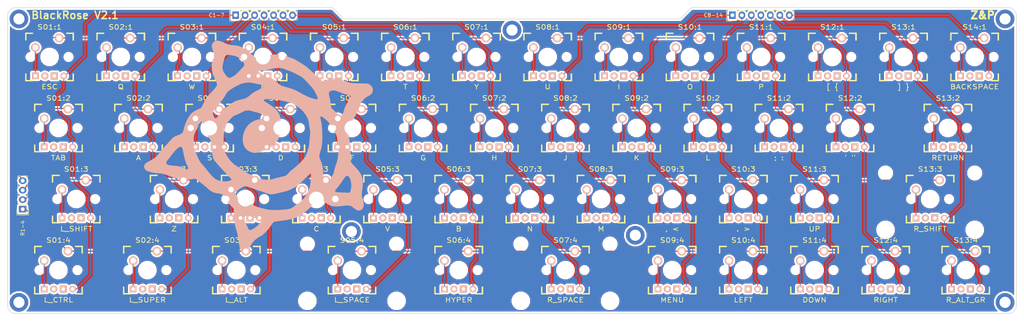
<source format=kicad_pcb>
(kicad_pcb (version 4) (host pcbnew 4.0.4-stable)
  (layers (0 F.Cu signal) (31 B.Cu signal) (34 B.Paste user hide) (35 F.Paste user hide) (36 B.SilkS user) (37 F.SilkS user) (38 B.Mask user hide) (39 F.Mask user hide) (44 Edge.Cuts user))
  (net 0 "")
  (net 1 "Net-(P1-Pad1)")
  (net 2 "Net-(P1-Pad2)")
  (net 3 "Net-(P1-Pad3)")
  (net 4 "Net-(P1-Pad4)")
  (net 5 "Net-(P1-Pad5)")
  (net 6 "Net-(P1-Pad6)")
  (net 7 "Net-(P1-Pad7)")
  (net 8 "Net-(P2-Pad1)")
  (net 9 "Net-(P2-Pad2)")
  (net 10 "Net-(P2-Pad3)")
  (net 11 "Net-(P2-Pad4)")
  (net 12 "Net-(P2-Pad5)")
  (net 13 "Net-(P2-Pad6)")
  (net 14 "Net-(P2-Pad7)")
  (net 15 "Net-(P3-Pad1)")
  (net 16 "Net-(P3-Pad2)")
  (net 17 "Net-(P3-Pad3)")
  (net 18 "Net-(P3-Pad4)")
  (net 19 "Net-(S01:1-Pad2)")
  (net 20 "Net-(S01:1-Pad5)")
  (net 21 "Net-(S01:1-Pad6)")
  (net 22 "Net-(S01:2-Pad2)")
  (net 23 "Net-(S01:2-Pad5)")
  (net 24 "Net-(S01:2-Pad6)")
  (net 25 "Net-(S01:3-Pad2)")
  (net 26 "Net-(S01:3-Pad5)")
  (net 27 "Net-(S01:3-Pad6)")
  (net 28 "Net-(S01:4-Pad2)")
  (net 29 "Net-(S01:4-Pad5)")
  (net 30 "Net-(S01:4-Pad6)")
  (net 31 "Net-(S02:1-Pad2)")
  (net 32 "Net-(S02:1-Pad5)")
  (net 33 "Net-(S02:1-Pad6)")
  (net 34 "Net-(S02:2-Pad2)")
  (net 35 "Net-(S02:2-Pad5)")
  (net 36 "Net-(S02:2-Pad6)")
  (net 37 "Net-(S02:3-Pad2)")
  (net 38 "Net-(S02:3-Pad5)")
  (net 39 "Net-(S02:3-Pad6)")
  (net 40 "Net-(S02:4-Pad2)")
  (net 41 "Net-(S02:4-Pad5)")
  (net 42 "Net-(S02:4-Pad6)")
  (net 43 "Net-(S03:1-Pad2)")
  (net 44 "Net-(S03:1-Pad5)")
  (net 45 "Net-(S03:1-Pad6)")
  (net 46 "Net-(S03:2-Pad2)")
  (net 47 "Net-(S03:2-Pad5)")
  (net 48 "Net-(S03:2-Pad6)")
  (net 49 "Net-(S03:3-Pad2)")
  (net 50 "Net-(S03:3-Pad5)")
  (net 51 "Net-(S03:3-Pad6)")
  (net 52 "Net-(S03:4-Pad2)")
  (net 53 "Net-(S03:4-Pad5)")
  (net 54 "Net-(S03:4-Pad6)")
  (net 55 "Net-(S04:1-Pad2)")
  (net 56 "Net-(S04:1-Pad5)")
  (net 57 "Net-(S04:1-Pad6)")
  (net 58 "Net-(S04:2-Pad2)")
  (net 59 "Net-(S04:2-Pad5)")
  (net 60 "Net-(S04:2-Pad6)")
  (net 61 "Net-(S04:3-Pad2)")
  (net 62 "Net-(S04:3-Pad5)")
  (net 63 "Net-(S04:3-Pad6)")
  (net 64 "Net-(S05:1-Pad2)")
  (net 65 "Net-(S05:1-Pad5)")
  (net 66 "Net-(S05:1-Pad6)")
  (net 67 "Net-(S05:2-Pad2)")
  (net 68 "Net-(S05:2-Pad5)")
  (net 69 "Net-(S05:2-Pad6)")
  (net 70 "Net-(S05:3-Pad2)")
  (net 71 "Net-(S05:3-Pad5)")
  (net 72 "Net-(S05:3-Pad6)")
  (net 73 "Net-(S05:4-Pad2)")
  (net 74 "Net-(S05:4-Pad5)")
  (net 75 "Net-(S05:4-Pad6)")
  (net 76 "Net-(S06:1-Pad2)")
  (net 77 "Net-(S06:1-Pad5)")
  (net 78 "Net-(S06:1-Pad6)")
  (net 79 "Net-(S06:2-Pad2)")
  (net 80 "Net-(S06:2-Pad5)")
  (net 81 "Net-(S06:2-Pad6)")
  (net 82 "Net-(S06:3-Pad2)")
  (net 83 "Net-(S06:3-Pad5)")
  (net 84 "Net-(S06:3-Pad6)")
  (net 85 "Net-(S06:4-Pad2)")
  (net 86 "Net-(S06:4-Pad5)")
  (net 87 "Net-(S06:4-Pad6)")
  (net 88 "Net-(S07:1-Pad2)")
  (net 89 "Net-(S07:1-Pad5)")
  (net 90 "Net-(S07:1-Pad6)")
  (net 91 "Net-(S07:2-Pad2)")
  (net 92 "Net-(S07:2-Pad5)")
  (net 93 "Net-(S07:2-Pad6)")
  (net 94 "Net-(S07:3-Pad2)")
  (net 95 "Net-(S07:3-Pad5)")
  (net 96 "Net-(S07:3-Pad6)")
  (net 97 "Net-(S07:4-Pad2)")
  (net 98 "Net-(S07:4-Pad5)")
  (net 99 "Net-(S07:4-Pad6)")
  (net 100 "Net-(S08:1-Pad2)")
  (net 101 "Net-(S08:1-Pad5)")
  (net 102 "Net-(S08:1-Pad6)")
  (net 103 "Net-(S08:2-Pad2)")
  (net 104 "Net-(S08:2-Pad5)")
  (net 105 "Net-(S08:2-Pad6)")
  (net 106 "Net-(S08:3-Pad2)")
  (net 107 "Net-(S08:3-Pad5)")
  (net 108 "Net-(S08:3-Pad6)")
  (net 109 "Net-(S09:1-Pad2)")
  (net 110 "Net-(S09:1-Pad5)")
  (net 111 "Net-(S09:1-Pad6)")
  (net 112 "Net-(S09:2-Pad2)")
  (net 113 "Net-(S09:2-Pad5)")
  (net 114 "Net-(S09:2-Pad6)")
  (net 115 "Net-(S09:3-Pad2)")
  (net 116 "Net-(S09:3-Pad5)")
  (net 117 "Net-(S09:3-Pad6)")
  (net 118 "Net-(S09:4-Pad2)")
  (net 119 "Net-(S09:4-Pad5)")
  (net 120 "Net-(S09:4-Pad6)")
  (net 121 "Net-(S10:1-Pad2)")
  (net 122 "Net-(S10:1-Pad5)")
  (net 123 "Net-(S10:1-Pad6)")
  (net 124 "Net-(S10:2-Pad2)")
  (net 125 "Net-(S10:2-Pad5)")
  (net 126 "Net-(S10:2-Pad6)")
  (net 127 "Net-(S10:3-Pad2)")
  (net 128 "Net-(S10:3-Pad5)")
  (net 129 "Net-(S10:3-Pad6)")
  (net 130 "Net-(S10:4-Pad2)")
  (net 131 "Net-(S10:4-Pad5)")
  (net 132 "Net-(S10:4-Pad6)")
  (net 133 "Net-(S11:1-Pad2)")
  (net 134 "Net-(S11:1-Pad5)")
  (net 135 "Net-(S11:1-Pad6)")
  (net 136 "Net-(S11:2-Pad2)")
  (net 137 "Net-(S11:2-Pad5)")
  (net 138 "Net-(S11:2-Pad6)")
  (net 139 "Net-(S11:3-Pad2)")
  (net 140 "Net-(S11:3-Pad5)")
  (net 141 "Net-(S11:3-Pad6)")
  (net 142 "Net-(S11:4-Pad2)")
  (net 143 "Net-(S11:4-Pad5)")
  (net 144 "Net-(S11:4-Pad6)")
  (net 145 "Net-(S12:1-Pad2)")
  (net 146 "Net-(S12:1-Pad5)")
  (net 147 "Net-(S12:1-Pad6)")
  (net 148 "Net-(S12:2-Pad2)")
  (net 149 "Net-(S12:2-Pad5)")
  (net 150 "Net-(S12:2-Pad6)")
  (net 151 "Net-(S12:4-Pad2)")
  (net 152 "Net-(S12:4-Pad5)")
  (net 153 "Net-(S12:4-Pad6)")
  (net 154 "Net-(S13:1-Pad2)")
  (net 155 "Net-(S13:1-Pad5)")
  (net 156 "Net-(S13:1-Pad6)")
  (net 157 "Net-(S13:2-Pad2)")
  (net 158 "Net-(S13:2-Pad5)")
  (net 159 "Net-(S13:2-Pad6)")
  (net 160 "Net-(S13:3-Pad2)")
  (net 161 "Net-(S13:3-Pad5)")
  (net 162 "Net-(S13:3-Pad6)")
  (net 163 "Net-(S13:4-Pad2)")
  (net 164 "Net-(S13:4-Pad5)")
  (net 165 "Net-(S13:4-Pad6)")
  (net 166 "Net-(S14:1-Pad2)")
  (net 167 "Net-(S14:1-Pad5)")
  (net 168 "Net-(S14:1-Pad6)")
  (module Mounting_Holes:MountingHole_2.2mm_M2_Pad (layer F.Cu) (at 182 124)
    (fp_text reference "" hide)
    (fp_text value M2)
    (pad "" np_thru_hole circle (at 0 0) (size 5 5) (drill 3) (layers *.Cu *.Mask))
  )
  (module Mounting_Holes:MountingHole_2.2mm_M2_Pad (layer F.Cu) (at 106 123)
    (fp_text reference "" hide)
    (fp_text value M2)
    (pad "" np_thru_hole circle (at 0 0) (size 5 5) (drill 3) (layers *.Cu *.Mask))
  )
  (module Mounting_Holes:MountingHole_2.2mm_M2_Pad (layer F.Cu) (at 17 142)
    (fp_text reference "" hide)
    (fp_text value M2)
    (pad "" np_thru_hole circle (at 0 0) (size 5 5) (drill 3) (layers *.Cu *.Mask))
  )
  (module Mounting_Holes:MountingHole_2.2mm_M2_Pad (layer F.Cu) (at 281 142)
    (fp_text reference "" hide)
    (fp_text value M2)
    (pad "" np_thru_hole circle (at 0 0) (size 5 5) (drill 3) (layers *.Cu *.Mask))
  )
  (module Mounting_Holes:MountingHole_2.2mm_M2_Pad (layer F.Cu) (at 281 66)
    (fp_text reference "" hide)
    (fp_text value M2)
    (pad "" np_thru_hole circle (at 0 0) (size 5 5) (drill 3) (layers *.Cu *.Mask))
  )
  (module Mounting_Holes:MountingHole_2.2mm_M2_Pad (layer F.Cu) (at 149 69)
    (fp_text reference "" hide)
    (fp_text value M2)
    (pad "" np_thru_hole circle (at 0 0) (size 5 5) (drill 3) (layers *.Cu *.Mask))
  )
  (module Pin_Headers:Pin_Header_Straight_1x07 (layer F.Cu) (at 75 65 90)
    (fp_text reference C1-7 (at 0 -5.1 180) (layer F.SilkS))
    (fp_text value C1-7)
    (pad 1 thru_hole rect (at 0 0 90) (size 2.032 1.7272) (drill 1.016) (layers *.Cu *.Mask) (net 1 "Net-(P1-Pad1)"))
    (pad 2 thru_hole oval (at 0 2.54 90) (size 2.032 1.7272) (drill 1.016) (layers *.Cu *.Mask) (net 2 "Net-(P1-Pad2)"))
    (pad 3 thru_hole oval (at 0 5.08 90) (size 2.032 1.7272) (drill 1.016) (layers *.Cu *.Mask) (net 3 "Net-(P1-Pad3)"))
    (pad 4 thru_hole oval (at 0 7.62 90) (size 2.032 1.7272) (drill 1.016) (layers *.Cu *.Mask) (net 4 "Net-(P1-Pad4)"))
    (pad 5 thru_hole oval (at 0 10.16 90) (size 2.032 1.7272) (drill 1.016) (layers *.Cu *.Mask) (net 5 "Net-(P1-Pad5)"))
    (pad 6 thru_hole oval (at 0 12.7 90) (size 2.032 1.7272) (drill 1.016) (layers *.Cu *.Mask) (net 6 "Net-(P1-Pad6)"))
    (pad 7 thru_hole oval (at 0 15.24 90) (size 2.032 1.7272) (drill 1.016) (layers *.Cu *.Mask) (net 7 "Net-(P1-Pad7)"))
  )
  (module Pin_Headers:Pin_Header_Straight_1x07 (layer F.Cu) (at 208 65 90)
    (fp_text reference C8-14 (at 0 -5.1 180) (layer F.SilkS))
    (fp_text value C8-14)
    (pad 1 thru_hole rect (at 0 0 90) (size 2.032 1.7272) (drill 1.016) (layers *.Cu *.Mask) (net 8 "Net-(P2-Pad1)"))
    (pad 2 thru_hole oval (at 0 2.54 90) (size 2.032 1.7272) (drill 1.016) (layers *.Cu *.Mask) (net 9 "Net-(P2-Pad2)"))
    (pad 3 thru_hole oval (at 0 5.08 90) (size 2.032 1.7272) (drill 1.016) (layers *.Cu *.Mask) (net 10 "Net-(P2-Pad3)"))
    (pad 4 thru_hole oval (at 0 7.62 90) (size 2.032 1.7272) (drill 1.016) (layers *.Cu *.Mask) (net 11 "Net-(P2-Pad4)"))
    (pad 5 thru_hole oval (at 0 10.16 90) (size 2.032 1.7272) (drill 1.016) (layers *.Cu *.Mask) (net 12 "Net-(P2-Pad5)"))
    (pad 6 thru_hole oval (at 0 12.7 90) (size 2.032 1.7272) (drill 1.016) (layers *.Cu *.Mask) (net 13 "Net-(P2-Pad6)"))
    (pad 7 thru_hole oval (at 0 15.24 90) (size 2.032 1.7272) (drill 1.016) (layers *.Cu *.Mask) (net 14 "Net-(P2-Pad7)"))
  )
  (module Pin_Headers:Pin_Header_Straight_1x04 (layer F.Cu) (at 18 117 180)
    (fp_text reference R1-4 (at 0 -5.1 270) (layer F.SilkS))
    (fp_text value R1-4)
    (pad 1 thru_hole rect (at 0 0 180) (size 2.032 1.7272) (drill 1.016) (layers *.Cu *.Mask) (net 15 "Net-(P3-Pad1)"))
    (pad 2 thru_hole oval (at 0 2.54 180) (size 2.032 1.7272) (drill 1.016) (layers *.Cu *.Mask) (net 16 "Net-(P3-Pad2)"))
    (pad 3 thru_hole oval (at 0 5.08 180) (size 2.032 1.7272) (drill 1.016) (layers *.Cu *.Mask) (net 17 "Net-(P3-Pad3)"))
    (pad 4 thru_hole oval (at 0 7.62 180) (size 2.032 1.7272) (drill 1.016) (layers *.Cu *.Mask) (net 18 "Net-(P3-Pad4)"))
  )
  (module MK_Cherry:CHERRY_PCB_100H (layer F.Cu) (at 25.19375 76.2)
    (fp_text reference S01:1 (at 0 -8) (layer F.SilkS) (effects (font (size 1.27 1.524) (thickness 0.2032))))
    (fp_text value ESC (at 0 8) (layer F.SilkS) (effects (font (size 1.27 1.524) (thickness 0.2032))))
    (pad HOLE np_thru_hole circle (at 5.08 0) (size 1.7018 1.7018) (drill 1.7018) (layers *.Cu))
    (pad 1 thru_hole circle (at 2.54 -5.08) (size 2.286 2.286) (drill 1.4986) (layers *.Cu *.SilkS *.Mask) (net 18 "Net-(P3-Pad4)"))
    (pad 2 thru_hole circle (at -3.81 -2.54) (size 2.286 2.286) (drill 1.4986) (layers *.Cu *.SilkS *.Mask) (net 19 "Net-(S01:1-Pad2)"))
    (pad HOLE np_thru_hole circle (at 0 0) (size 3.9878 3.9878) (drill 3.9878) (layers *.Cu))
    (pad HOLE np_thru_hole circle (at -5.08 0) (size 1.7018 1.7018) (drill 1.7018) (layers *.Cu))
    (pad HOLE np_thru_hole circle (at 5.08 0) (size 1.7018 1.7018) (drill 1.7018) (layers *.Cu))
    (pad 5 thru_hole circle (at -1.27 5.08) (size 1.905 1.905) (drill 0.9906) (layers *.Cu *.SilkS *.Mask) (net 20 "Net-(S01:1-Pad5)"))
    (pad 6 thru_hole rect (at 1.27 5.08) (size 1.905 1.905) (drill 0.9906) (layers *.Cu *.SilkS *.Mask) (net 21 "Net-(S01:1-Pad6)"))
    (pad 3 thru_hole rect (at -3.81 5.08) (size 1.778 1.778) (drill 0.9906) (layers *.Cu *.SilkS *.Mask) (net 19 "Net-(S01:1-Pad2)"))
    (pad 4 thru_hole circle (at 3.81 5.08) (size 1.778 1.778) (drill 0.9906) (layers *.Cu *.SilkS *.Mask) (net 1 "Net-(P1-Pad1)"))
  )
  (module MK_Cherry:CHERRY_PCB_125H (layer F.Cu) (at 27.575 95.25)
    (fp_text reference S01:2 (at 0 -8) (layer F.SilkS) (effects (font (size 1.27 1.524) (thickness 0.2032))))
    (fp_text value TAB (at 0 8) (layer F.SilkS) (effects (font (size 1.27 1.524) (thickness 0.2032))))
    (pad 1 thru_hole circle (at 2.54 -5.08) (size 2.286 2.286) (drill 1.4986) (layers *.Cu *.SilkS *.Mask) (net 17 "Net-(P3-Pad3)"))
    (pad 2 thru_hole circle (at -3.81 -2.54) (size 2.286 2.286) (drill 1.4986) (layers *.Cu *.SilkS *.Mask) (net 22 "Net-(S01:2-Pad2)"))
    (pad HOLE np_thru_hole circle (at 0 0) (size 3.9878 3.9878) (drill 3.9878) (layers *.Cu))
    (pad HOLE np_thru_hole circle (at -5.08 0) (size 1.7018 1.7018) (drill 1.7018) (layers *.Cu))
    (pad HOLE np_thru_hole circle (at 5.08 0) (size 1.7018 1.7018) (drill 1.7018) (layers *.Cu))
    (pad 5 thru_hole circle (at -1.27 5.08) (size 1.905 1.905) (drill 0.9906) (layers *.Cu *.SilkS *.Mask) (net 23 "Net-(S01:2-Pad5)"))
    (pad 6 thru_hole rect (at 1.27 5.08) (size 1.905 1.905) (drill 0.9906) (layers *.Cu *.SilkS *.Mask) (net 24 "Net-(S01:2-Pad6)"))
    (pad 3 thru_hole rect (at -3.81 5.08) (size 1.778 1.778) (drill 0.9906) (layers *.Cu *.SilkS *.Mask) (net 22 "Net-(S01:2-Pad2)"))
    (pad 4 thru_hole circle (at 3.81 5.08) (size 1.778 1.778) (drill 0.9906) (layers *.Cu *.SilkS *.Mask) (net 1 "Net-(P1-Pad1)"))
  )
  (module MK_Cherry:CHERRY_PCB_175H (layer F.Cu) (at 32.3375 114.3)
    (fp_text reference S01:3 (at 0 -8) (layer F.SilkS) (effects (font (size 1.27 1.524) (thickness 0.2032))))
    (fp_text value L_SHIFT (at 0 8) (layer F.SilkS) (effects (font (size 1.27 1.524) (thickness 0.2032))))
    (pad 1 thru_hole circle (at 2.54 -5.08) (size 2.286 2.286) (drill 1.4986) (layers *.Cu *.SilkS *.Mask) (net 16 "Net-(P3-Pad2)"))
    (pad 2 thru_hole circle (at -3.81 -2.54) (size 2.286 2.286) (drill 1.4986) (layers *.Cu *.SilkS *.Mask) (net 25 "Net-(S01:3-Pad2)"))
    (pad HOLE np_thru_hole circle (at 0 0) (size 3.9878 3.9878) (drill 3.9878) (layers *.Cu))
    (pad HOLE np_thru_hole circle (at -5.08 0) (size 1.7018 1.7018) (drill 1.7018) (layers *.Cu))
    (pad HOLE np_thru_hole circle (at 5.08 0) (size 1.7018 1.7018) (drill 1.7018) (layers *.Cu))
    (pad 5 thru_hole circle (at -1.27 5.08) (size 1.905 1.905) (drill 0.9906) (layers *.Cu *.SilkS *.Mask) (net 26 "Net-(S01:3-Pad5)"))
    (pad 6 thru_hole rect (at 1.27 5.08) (size 1.905 1.905) (drill 0.9906) (layers *.Cu *.SilkS *.Mask) (net 27 "Net-(S01:3-Pad6)"))
    (pad 3 thru_hole rect (at -3.81 5.08) (size 1.778 1.778) (drill 0.9906) (layers *.Cu *.SilkS *.Mask) (net 25 "Net-(S01:3-Pad2)"))
    (pad 4 thru_hole circle (at 3.81 5.08) (size 1.778 1.778) (drill 0.9906) (layers *.Cu *.SilkS *.Mask) (net 1 "Net-(P1-Pad1)"))
  )
  (module MK_Cherry:CHERRY_PCB_125H (layer F.Cu) (at 27.575 133.35)
    (fp_text reference S01:4 (at 0 -8) (layer F.SilkS) (effects (font (size 1.27 1.524) (thickness 0.2032))))
    (fp_text value L_CTRL (at 0 8) (layer F.SilkS) (effects (font (size 1.27 1.524) (thickness 0.2032))))
    (pad 1 thru_hole circle (at 2.54 -5.08) (size 2.286 2.286) (drill 1.4986) (layers *.Cu *.SilkS *.Mask) (net 15 "Net-(P3-Pad1)"))
    (pad 2 thru_hole circle (at -3.81 -2.54) (size 2.286 2.286) (drill 1.4986) (layers *.Cu *.SilkS *.Mask) (net 28 "Net-(S01:4-Pad2)"))
    (pad HOLE np_thru_hole circle (at 0 0) (size 3.9878 3.9878) (drill 3.9878) (layers *.Cu))
    (pad HOLE np_thru_hole circle (at -5.08 0) (size 1.7018 1.7018) (drill 1.7018) (layers *.Cu))
    (pad HOLE np_thru_hole circle (at 5.08 0) (size 1.7018 1.7018) (drill 1.7018) (layers *.Cu))
    (pad 5 thru_hole circle (at -1.27 5.08) (size 1.905 1.905) (drill 0.9906) (layers *.Cu *.SilkS *.Mask) (net 29 "Net-(S01:4-Pad5)"))
    (pad 6 thru_hole rect (at 1.27 5.08) (size 1.905 1.905) (drill 0.9906) (layers *.Cu *.SilkS *.Mask) (net 30 "Net-(S01:4-Pad6)"))
    (pad 3 thru_hole rect (at -3.81 5.08) (size 1.778 1.778) (drill 0.9906) (layers *.Cu *.SilkS *.Mask) (net 28 "Net-(S01:4-Pad2)"))
    (pad 4 thru_hole circle (at 3.81 5.08) (size 1.778 1.778) (drill 0.9906) (layers *.Cu *.SilkS *.Mask) (net 1 "Net-(P1-Pad1)"))
  )
  (module MK_Cherry:CHERRY_PCB_100H (layer F.Cu) (at 44.24375 76.2)
    (fp_text reference S02:1 (at 0 -8) (layer F.SilkS) (effects (font (size 1.27 1.524) (thickness 0.2032))))
    (fp_text value Q (at 0 8) (layer F.SilkS) (effects (font (size 1.27 1.524) (thickness 0.2032))))
    (pad HOLE np_thru_hole circle (at 5.08 0) (size 1.7018 1.7018) (drill 1.7018) (layers *.Cu))
    (pad 1 thru_hole circle (at 2.54 -5.08) (size 2.286 2.286) (drill 1.4986) (layers *.Cu *.SilkS *.Mask) (net 18 "Net-(P3-Pad4)"))
    (pad 2 thru_hole circle (at -3.81 -2.54) (size 2.286 2.286) (drill 1.4986) (layers *.Cu *.SilkS *.Mask) (net 31 "Net-(S02:1-Pad2)"))
    (pad HOLE np_thru_hole circle (at 0 0) (size 3.9878 3.9878) (drill 3.9878) (layers *.Cu))
    (pad HOLE np_thru_hole circle (at -5.08 0) (size 1.7018 1.7018) (drill 1.7018) (layers *.Cu))
    (pad HOLE np_thru_hole circle (at 5.08 0) (size 1.7018 1.7018) (drill 1.7018) (layers *.Cu))
    (pad 5 thru_hole circle (at -1.27 5.08) (size 1.905 1.905) (drill 0.9906) (layers *.Cu *.SilkS *.Mask) (net 32 "Net-(S02:1-Pad5)"))
    (pad 6 thru_hole rect (at 1.27 5.08) (size 1.905 1.905) (drill 0.9906) (layers *.Cu *.SilkS *.Mask) (net 33 "Net-(S02:1-Pad6)"))
    (pad 3 thru_hole rect (at -3.81 5.08) (size 1.778 1.778) (drill 0.9906) (layers *.Cu *.SilkS *.Mask) (net 31 "Net-(S02:1-Pad2)"))
    (pad 4 thru_hole circle (at 3.81 5.08) (size 1.778 1.778) (drill 0.9906) (layers *.Cu *.SilkS *.Mask) (net 2 "Net-(P1-Pad2)"))
  )
  (module MK_Cherry:CHERRY_PCB_100H (layer F.Cu) (at 49.00625 95.25)
    (fp_text reference S02:2 (at 0 -8) (layer F.SilkS) (effects (font (size 1.27 1.524) (thickness 0.2032))))
    (fp_text value A (at 0 8) (layer F.SilkS) (effects (font (size 1.27 1.524) (thickness 0.2032))))
    (pad HOLE np_thru_hole circle (at 5.08 0) (size 1.7018 1.7018) (drill 1.7018) (layers *.Cu))
    (pad 1 thru_hole circle (at 2.54 -5.08) (size 2.286 2.286) (drill 1.4986) (layers *.Cu *.SilkS *.Mask) (net 17 "Net-(P3-Pad3)"))
    (pad 2 thru_hole circle (at -3.81 -2.54) (size 2.286 2.286) (drill 1.4986) (layers *.Cu *.SilkS *.Mask) (net 34 "Net-(S02:2-Pad2)"))
    (pad HOLE np_thru_hole circle (at 0 0) (size 3.9878 3.9878) (drill 3.9878) (layers *.Cu))
    (pad HOLE np_thru_hole circle (at -5.08 0) (size 1.7018 1.7018) (drill 1.7018) (layers *.Cu))
    (pad HOLE np_thru_hole circle (at 5.08 0) (size 1.7018 1.7018) (drill 1.7018) (layers *.Cu))
    (pad 5 thru_hole circle (at -1.27 5.08) (size 1.905 1.905) (drill 0.9906) (layers *.Cu *.SilkS *.Mask) (net 35 "Net-(S02:2-Pad5)"))
    (pad 6 thru_hole rect (at 1.27 5.08) (size 1.905 1.905) (drill 0.9906) (layers *.Cu *.SilkS *.Mask) (net 36 "Net-(S02:2-Pad6)"))
    (pad 3 thru_hole rect (at -3.81 5.08) (size 1.778 1.778) (drill 0.9906) (layers *.Cu *.SilkS *.Mask) (net 34 "Net-(S02:2-Pad2)"))
    (pad 4 thru_hole circle (at 3.81 5.08) (size 1.778 1.778) (drill 0.9906) (layers *.Cu *.SilkS *.Mask) (net 2 "Net-(P1-Pad2)"))
  )
  (module MK_Cherry:CHERRY_PCB_100H (layer F.Cu) (at 58.53125 114.3)
    (fp_text reference S02:3 (at 0 -8) (layer F.SilkS) (effects (font (size 1.27 1.524) (thickness 0.2032))))
    (fp_text value Z (at 0 8) (layer F.SilkS) (effects (font (size 1.27 1.524) (thickness 0.2032))))
    (pad HOLE np_thru_hole circle (at 5.08 0) (size 1.7018 1.7018) (drill 1.7018) (layers *.Cu))
    (pad 1 thru_hole circle (at 2.54 -5.08) (size 2.286 2.286) (drill 1.4986) (layers *.Cu *.SilkS *.Mask) (net 16 "Net-(P3-Pad2)"))
    (pad 2 thru_hole circle (at -3.81 -2.54) (size 2.286 2.286) (drill 1.4986) (layers *.Cu *.SilkS *.Mask) (net 37 "Net-(S02:3-Pad2)"))
    (pad HOLE np_thru_hole circle (at 0 0) (size 3.9878 3.9878) (drill 3.9878) (layers *.Cu))
    (pad HOLE np_thru_hole circle (at -5.08 0) (size 1.7018 1.7018) (drill 1.7018) (layers *.Cu))
    (pad HOLE np_thru_hole circle (at 5.08 0) (size 1.7018 1.7018) (drill 1.7018) (layers *.Cu))
    (pad 5 thru_hole circle (at -1.27 5.08) (size 1.905 1.905) (drill 0.9906) (layers *.Cu *.SilkS *.Mask) (net 38 "Net-(S02:3-Pad5)"))
    (pad 6 thru_hole rect (at 1.27 5.08) (size 1.905 1.905) (drill 0.9906) (layers *.Cu *.SilkS *.Mask) (net 39 "Net-(S02:3-Pad6)"))
    (pad 3 thru_hole rect (at -3.81 5.08) (size 1.778 1.778) (drill 0.9906) (layers *.Cu *.SilkS *.Mask) (net 37 "Net-(S02:3-Pad2)"))
    (pad 4 thru_hole circle (at 3.81 5.08) (size 1.778 1.778) (drill 0.9906) (layers *.Cu *.SilkS *.Mask) (net 2 "Net-(P1-Pad2)"))
  )
  (module MK_Cherry:CHERRY_PCB_125H (layer F.Cu) (at 51.3875 133.35)
    (fp_text reference S02:4 (at 0 -8) (layer F.SilkS) (effects (font (size 1.27 1.524) (thickness 0.2032))))
    (fp_text value L_SUPER (at 0 8) (layer F.SilkS) (effects (font (size 1.27 1.524) (thickness 0.2032))))
    (pad 1 thru_hole circle (at 2.54 -5.08) (size 2.286 2.286) (drill 1.4986) (layers *.Cu *.SilkS *.Mask) (net 15 "Net-(P3-Pad1)"))
    (pad 2 thru_hole circle (at -3.81 -2.54) (size 2.286 2.286) (drill 1.4986) (layers *.Cu *.SilkS *.Mask) (net 40 "Net-(S02:4-Pad2)"))
    (pad HOLE np_thru_hole circle (at 0 0) (size 3.9878 3.9878) (drill 3.9878) (layers *.Cu))
    (pad HOLE np_thru_hole circle (at -5.08 0) (size 1.7018 1.7018) (drill 1.7018) (layers *.Cu))
    (pad HOLE np_thru_hole circle (at 5.08 0) (size 1.7018 1.7018) (drill 1.7018) (layers *.Cu))
    (pad 5 thru_hole circle (at -1.27 5.08) (size 1.905 1.905) (drill 0.9906) (layers *.Cu *.SilkS *.Mask) (net 41 "Net-(S02:4-Pad5)"))
    (pad 6 thru_hole rect (at 1.27 5.08) (size 1.905 1.905) (drill 0.9906) (layers *.Cu *.SilkS *.Mask) (net 42 "Net-(S02:4-Pad6)"))
    (pad 3 thru_hole rect (at -3.81 5.08) (size 1.778 1.778) (drill 0.9906) (layers *.Cu *.SilkS *.Mask) (net 40 "Net-(S02:4-Pad2)"))
    (pad 4 thru_hole circle (at 3.81 5.08) (size 1.778 1.778) (drill 0.9906) (layers *.Cu *.SilkS *.Mask) (net 2 "Net-(P1-Pad2)"))
  )
  (module MK_Cherry:CHERRY_PCB_100H (layer F.Cu) (at 63.29375 76.2)
    (fp_text reference S03:1 (at 0 -8) (layer F.SilkS) (effects (font (size 1.27 1.524) (thickness 0.2032))))
    (fp_text value W (at 0 8) (layer F.SilkS) (effects (font (size 1.27 1.524) (thickness 0.2032))))
    (pad HOLE np_thru_hole circle (at 5.08 0) (size 1.7018 1.7018) (drill 1.7018) (layers *.Cu))
    (pad 1 thru_hole circle (at 2.54 -5.08) (size 2.286 2.286) (drill 1.4986) (layers *.Cu *.SilkS *.Mask) (net 18 "Net-(P3-Pad4)"))
    (pad 2 thru_hole circle (at -3.81 -2.54) (size 2.286 2.286) (drill 1.4986) (layers *.Cu *.SilkS *.Mask) (net 43 "Net-(S03:1-Pad2)"))
    (pad HOLE np_thru_hole circle (at 0 0) (size 3.9878 3.9878) (drill 3.9878) (layers *.Cu))
    (pad HOLE np_thru_hole circle (at -5.08 0) (size 1.7018 1.7018) (drill 1.7018) (layers *.Cu))
    (pad HOLE np_thru_hole circle (at 5.08 0) (size 1.7018 1.7018) (drill 1.7018) (layers *.Cu))
    (pad 5 thru_hole circle (at -1.27 5.08) (size 1.905 1.905) (drill 0.9906) (layers *.Cu *.SilkS *.Mask) (net 44 "Net-(S03:1-Pad5)"))
    (pad 6 thru_hole rect (at 1.27 5.08) (size 1.905 1.905) (drill 0.9906) (layers *.Cu *.SilkS *.Mask) (net 45 "Net-(S03:1-Pad6)"))
    (pad 3 thru_hole rect (at -3.81 5.08) (size 1.778 1.778) (drill 0.9906) (layers *.Cu *.SilkS *.Mask) (net 43 "Net-(S03:1-Pad2)"))
    (pad 4 thru_hole circle (at 3.81 5.08) (size 1.778 1.778) (drill 0.9906) (layers *.Cu *.SilkS *.Mask) (net 3 "Net-(P1-Pad3)"))
  )
  (module MK_Cherry:CHERRY_PCB_100H (layer F.Cu) (at 68.05625 95.25)
    (fp_text reference S03:2 (at 0 -8) (layer F.SilkS) (effects (font (size 1.27 1.524) (thickness 0.2032))))
    (fp_text value S (at 0 8) (layer F.SilkS) (effects (font (size 1.27 1.524) (thickness 0.2032))))
    (pad HOLE np_thru_hole circle (at 5.08 0) (size 1.7018 1.7018) (drill 1.7018) (layers *.Cu))
    (pad 1 thru_hole circle (at 2.54 -5.08) (size 2.286 2.286) (drill 1.4986) (layers *.Cu *.SilkS *.Mask) (net 17 "Net-(P3-Pad3)"))
    (pad 2 thru_hole circle (at -3.81 -2.54) (size 2.286 2.286) (drill 1.4986) (layers *.Cu *.SilkS *.Mask) (net 46 "Net-(S03:2-Pad2)"))
    (pad HOLE np_thru_hole circle (at 0 0) (size 3.9878 3.9878) (drill 3.9878) (layers *.Cu))
    (pad HOLE np_thru_hole circle (at -5.08 0) (size 1.7018 1.7018) (drill 1.7018) (layers *.Cu))
    (pad HOLE np_thru_hole circle (at 5.08 0) (size 1.7018 1.7018) (drill 1.7018) (layers *.Cu))
    (pad 5 thru_hole circle (at -1.27 5.08) (size 1.905 1.905) (drill 0.9906) (layers *.Cu *.SilkS *.Mask) (net 47 "Net-(S03:2-Pad5)"))
    (pad 6 thru_hole rect (at 1.27 5.08) (size 1.905 1.905) (drill 0.9906) (layers *.Cu *.SilkS *.Mask) (net 48 "Net-(S03:2-Pad6)"))
    (pad 3 thru_hole rect (at -3.81 5.08) (size 1.778 1.778) (drill 0.9906) (layers *.Cu *.SilkS *.Mask) (net 46 "Net-(S03:2-Pad2)"))
    (pad 4 thru_hole circle (at 3.81 5.08) (size 1.778 1.778) (drill 0.9906) (layers *.Cu *.SilkS *.Mask) (net 3 "Net-(P1-Pad3)"))
  )
  (module MK_Cherry:CHERRY_PCB_100H (layer F.Cu) (at 77.58125 114.3)
    (fp_text reference S03:3 (at 0 -8) (layer F.SilkS) (effects (font (size 1.27 1.524) (thickness 0.2032))))
    (fp_text value X (at 0 8) (layer F.SilkS) (effects (font (size 1.27 1.524) (thickness 0.2032))))
    (pad HOLE np_thru_hole circle (at 5.08 0) (size 1.7018 1.7018) (drill 1.7018) (layers *.Cu))
    (pad 1 thru_hole circle (at 2.54 -5.08) (size 2.286 2.286) (drill 1.4986) (layers *.Cu *.SilkS *.Mask) (net 16 "Net-(P3-Pad2)"))
    (pad 2 thru_hole circle (at -3.81 -2.54) (size 2.286 2.286) (drill 1.4986) (layers *.Cu *.SilkS *.Mask) (net 49 "Net-(S03:3-Pad2)"))
    (pad HOLE np_thru_hole circle (at 0 0) (size 3.9878 3.9878) (drill 3.9878) (layers *.Cu))
    (pad HOLE np_thru_hole circle (at -5.08 0) (size 1.7018 1.7018) (drill 1.7018) (layers *.Cu))
    (pad HOLE np_thru_hole circle (at 5.08 0) (size 1.7018 1.7018) (drill 1.7018) (layers *.Cu))
    (pad 5 thru_hole circle (at -1.27 5.08) (size 1.905 1.905) (drill 0.9906) (layers *.Cu *.SilkS *.Mask) (net 50 "Net-(S03:3-Pad5)"))
    (pad 6 thru_hole rect (at 1.27 5.08) (size 1.905 1.905) (drill 0.9906) (layers *.Cu *.SilkS *.Mask) (net 51 "Net-(S03:3-Pad6)"))
    (pad 3 thru_hole rect (at -3.81 5.08) (size 1.778 1.778) (drill 0.9906) (layers *.Cu *.SilkS *.Mask) (net 49 "Net-(S03:3-Pad2)"))
    (pad 4 thru_hole circle (at 3.81 5.08) (size 1.778 1.778) (drill 0.9906) (layers *.Cu *.SilkS *.Mask) (net 3 "Net-(P1-Pad3)"))
  )
  (module MK_Cherry:CHERRY_PCB_125H (layer F.Cu) (at 75.2 133.35)
    (fp_text reference S03:4 (at 0 -8) (layer F.SilkS) (effects (font (size 1.27 1.524) (thickness 0.2032))))
    (fp_text value L_ALT (at 0 8) (layer F.SilkS) (effects (font (size 1.27 1.524) (thickness 0.2032))))
    (pad 1 thru_hole circle (at 2.54 -5.08) (size 2.286 2.286) (drill 1.4986) (layers *.Cu *.SilkS *.Mask) (net 15 "Net-(P3-Pad1)"))
    (pad 2 thru_hole circle (at -3.81 -2.54) (size 2.286 2.286) (drill 1.4986) (layers *.Cu *.SilkS *.Mask) (net 52 "Net-(S03:4-Pad2)"))
    (pad HOLE np_thru_hole circle (at 0 0) (size 3.9878 3.9878) (drill 3.9878) (layers *.Cu))
    (pad HOLE np_thru_hole circle (at -5.08 0) (size 1.7018 1.7018) (drill 1.7018) (layers *.Cu))
    (pad HOLE np_thru_hole circle (at 5.08 0) (size 1.7018 1.7018) (drill 1.7018) (layers *.Cu))
    (pad 5 thru_hole circle (at -1.27 5.08) (size 1.905 1.905) (drill 0.9906) (layers *.Cu *.SilkS *.Mask) (net 53 "Net-(S03:4-Pad5)"))
    (pad 6 thru_hole rect (at 1.27 5.08) (size 1.905 1.905) (drill 0.9906) (layers *.Cu *.SilkS *.Mask) (net 54 "Net-(S03:4-Pad6)"))
    (pad 3 thru_hole rect (at -3.81 5.08) (size 1.778 1.778) (drill 0.9906) (layers *.Cu *.SilkS *.Mask) (net 52 "Net-(S03:4-Pad2)"))
    (pad 4 thru_hole circle (at 3.81 5.08) (size 1.778 1.778) (drill 0.9906) (layers *.Cu *.SilkS *.Mask) (net 3 "Net-(P1-Pad3)"))
  )
  (module MK_Cherry:CHERRY_PCB_100H (layer F.Cu) (at 82.34375 76.2)
    (fp_text reference S04:1 (at 0 -8) (layer F.SilkS) (effects (font (size 1.27 1.524) (thickness 0.2032))))
    (fp_text value E (at 0 8) (layer F.SilkS) (effects (font (size 1.27 1.524) (thickness 0.2032))))
    (pad HOLE np_thru_hole circle (at 5.08 0) (size 1.7018 1.7018) (drill 1.7018) (layers *.Cu))
    (pad 1 thru_hole circle (at 2.54 -5.08) (size 2.286 2.286) (drill 1.4986) (layers *.Cu *.SilkS *.Mask) (net 18 "Net-(P3-Pad4)"))
    (pad 2 thru_hole circle (at -3.81 -2.54) (size 2.286 2.286) (drill 1.4986) (layers *.Cu *.SilkS *.Mask) (net 55 "Net-(S04:1-Pad2)"))
    (pad HOLE np_thru_hole circle (at 0 0) (size 3.9878 3.9878) (drill 3.9878) (layers *.Cu))
    (pad HOLE np_thru_hole circle (at -5.08 0) (size 1.7018 1.7018) (drill 1.7018) (layers *.Cu))
    (pad HOLE np_thru_hole circle (at 5.08 0) (size 1.7018 1.7018) (drill 1.7018) (layers *.Cu))
    (pad 5 thru_hole circle (at -1.27 5.08) (size 1.905 1.905) (drill 0.9906) (layers *.Cu *.SilkS *.Mask) (net 56 "Net-(S04:1-Pad5)"))
    (pad 6 thru_hole rect (at 1.27 5.08) (size 1.905 1.905) (drill 0.9906) (layers *.Cu *.SilkS *.Mask) (net 57 "Net-(S04:1-Pad6)"))
    (pad 3 thru_hole rect (at -3.81 5.08) (size 1.778 1.778) (drill 0.9906) (layers *.Cu *.SilkS *.Mask) (net 55 "Net-(S04:1-Pad2)"))
    (pad 4 thru_hole circle (at 3.81 5.08) (size 1.778 1.778) (drill 0.9906) (layers *.Cu *.SilkS *.Mask) (net 4 "Net-(P1-Pad4)"))
  )
  (module MK_Cherry:CHERRY_PCB_100H (layer F.Cu) (at 87.10625 95.25)
    (fp_text reference S04:2 (at 0 -8) (layer F.SilkS) (effects (font (size 1.27 1.524) (thickness 0.2032))))
    (fp_text value D (at 0 8) (layer F.SilkS) (effects (font (size 1.27 1.524) (thickness 0.2032))))
    (pad HOLE np_thru_hole circle (at 5.08 0) (size 1.7018 1.7018) (drill 1.7018) (layers *.Cu))
    (pad 1 thru_hole circle (at 2.54 -5.08) (size 2.286 2.286) (drill 1.4986) (layers *.Cu *.SilkS *.Mask) (net 17 "Net-(P3-Pad3)"))
    (pad 2 thru_hole circle (at -3.81 -2.54) (size 2.286 2.286) (drill 1.4986) (layers *.Cu *.SilkS *.Mask) (net 58 "Net-(S04:2-Pad2)"))
    (pad HOLE np_thru_hole circle (at 0 0) (size 3.9878 3.9878) (drill 3.9878) (layers *.Cu))
    (pad HOLE np_thru_hole circle (at -5.08 0) (size 1.7018 1.7018) (drill 1.7018) (layers *.Cu))
    (pad HOLE np_thru_hole circle (at 5.08 0) (size 1.7018 1.7018) (drill 1.7018) (layers *.Cu))
    (pad 5 thru_hole circle (at -1.27 5.08) (size 1.905 1.905) (drill 0.9906) (layers *.Cu *.SilkS *.Mask) (net 59 "Net-(S04:2-Pad5)"))
    (pad 6 thru_hole rect (at 1.27 5.08) (size 1.905 1.905) (drill 0.9906) (layers *.Cu *.SilkS *.Mask) (net 60 "Net-(S04:2-Pad6)"))
    (pad 3 thru_hole rect (at -3.81 5.08) (size 1.778 1.778) (drill 0.9906) (layers *.Cu *.SilkS *.Mask) (net 58 "Net-(S04:2-Pad2)"))
    (pad 4 thru_hole circle (at 3.81 5.08) (size 1.778 1.778) (drill 0.9906) (layers *.Cu *.SilkS *.Mask) (net 4 "Net-(P1-Pad4)"))
  )
  (module MK_Cherry:CHERRY_PCB_100H (layer F.Cu) (at 96.63125 114.3)
    (fp_text reference S04:3 (at 0 -8) (layer F.SilkS) (effects (font (size 1.27 1.524) (thickness 0.2032))))
    (fp_text value C (at 0 8) (layer F.SilkS) (effects (font (size 1.27 1.524) (thickness 0.2032))))
    (pad HOLE np_thru_hole circle (at 5.08 0) (size 1.7018 1.7018) (drill 1.7018) (layers *.Cu))
    (pad 1 thru_hole circle (at 2.54 -5.08) (size 2.286 2.286) (drill 1.4986) (layers *.Cu *.SilkS *.Mask) (net 16 "Net-(P3-Pad2)"))
    (pad 2 thru_hole circle (at -3.81 -2.54) (size 2.286 2.286) (drill 1.4986) (layers *.Cu *.SilkS *.Mask) (net 61 "Net-(S04:3-Pad2)"))
    (pad HOLE np_thru_hole circle (at 0 0) (size 3.9878 3.9878) (drill 3.9878) (layers *.Cu))
    (pad HOLE np_thru_hole circle (at -5.08 0) (size 1.7018 1.7018) (drill 1.7018) (layers *.Cu))
    (pad HOLE np_thru_hole circle (at 5.08 0) (size 1.7018 1.7018) (drill 1.7018) (layers *.Cu))
    (pad 5 thru_hole circle (at -1.27 5.08) (size 1.905 1.905) (drill 0.9906) (layers *.Cu *.SilkS *.Mask) (net 62 "Net-(S04:3-Pad5)"))
    (pad 6 thru_hole rect (at 1.27 5.08) (size 1.905 1.905) (drill 0.9906) (layers *.Cu *.SilkS *.Mask) (net 63 "Net-(S04:3-Pad6)"))
    (pad 3 thru_hole rect (at -3.81 5.08) (size 1.778 1.778) (drill 0.9906) (layers *.Cu *.SilkS *.Mask) (net 61 "Net-(S04:3-Pad2)"))
    (pad 4 thru_hole circle (at 3.81 5.08) (size 1.778 1.778) (drill 0.9906) (layers *.Cu *.SilkS *.Mask) (net 4 "Net-(P1-Pad4)"))
  )
  (module MK_Cherry:CHERRY_PCB_100H (layer F.Cu) (at 101.39375 76.2)
    (fp_text reference S05:1 (at 0 -8) (layer F.SilkS) (effects (font (size 1.27 1.524) (thickness 0.2032))))
    (fp_text value R (at 0 8) (layer F.SilkS) (effects (font (size 1.27 1.524) (thickness 0.2032))))
    (pad HOLE np_thru_hole circle (at 5.08 0) (size 1.7018 1.7018) (drill 1.7018) (layers *.Cu))
    (pad 1 thru_hole circle (at 2.54 -5.08) (size 2.286 2.286) (drill 1.4986) (layers *.Cu *.SilkS *.Mask) (net 18 "Net-(P3-Pad4)"))
    (pad 2 thru_hole circle (at -3.81 -2.54) (size 2.286 2.286) (drill 1.4986) (layers *.Cu *.SilkS *.Mask) (net 64 "Net-(S05:1-Pad2)"))
    (pad HOLE np_thru_hole circle (at 0 0) (size 3.9878 3.9878) (drill 3.9878) (layers *.Cu))
    (pad HOLE np_thru_hole circle (at -5.08 0) (size 1.7018 1.7018) (drill 1.7018) (layers *.Cu))
    (pad HOLE np_thru_hole circle (at 5.08 0) (size 1.7018 1.7018) (drill 1.7018) (layers *.Cu))
    (pad 5 thru_hole circle (at -1.27 5.08) (size 1.905 1.905) (drill 0.9906) (layers *.Cu *.SilkS *.Mask) (net 65 "Net-(S05:1-Pad5)"))
    (pad 6 thru_hole rect (at 1.27 5.08) (size 1.905 1.905) (drill 0.9906) (layers *.Cu *.SilkS *.Mask) (net 66 "Net-(S05:1-Pad6)"))
    (pad 3 thru_hole rect (at -3.81 5.08) (size 1.778 1.778) (drill 0.9906) (layers *.Cu *.SilkS *.Mask) (net 64 "Net-(S05:1-Pad2)"))
    (pad 4 thru_hole circle (at 3.81 5.08) (size 1.778 1.778) (drill 0.9906) (layers *.Cu *.SilkS *.Mask) (net 5 "Net-(P1-Pad5)"))
  )
  (module MK_Cherry:CHERRY_PCB_100H (layer F.Cu) (at 106.15625 95.25)
    (fp_text reference S05:2 (at 0 -8) (layer F.SilkS) (effects (font (size 1.27 1.524) (thickness 0.2032))))
    (fp_text value F (at 0 8) (layer F.SilkS) (effects (font (size 1.27 1.524) (thickness 0.2032))))
    (pad HOLE np_thru_hole circle (at 5.08 0) (size 1.7018 1.7018) (drill 1.7018) (layers *.Cu))
    (pad 1 thru_hole circle (at 2.54 -5.08) (size 2.286 2.286) (drill 1.4986) (layers *.Cu *.SilkS *.Mask) (net 17 "Net-(P3-Pad3)"))
    (pad 2 thru_hole circle (at -3.81 -2.54) (size 2.286 2.286) (drill 1.4986) (layers *.Cu *.SilkS *.Mask) (net 67 "Net-(S05:2-Pad2)"))
    (pad HOLE np_thru_hole circle (at 0 0) (size 3.9878 3.9878) (drill 3.9878) (layers *.Cu))
    (pad HOLE np_thru_hole circle (at -5.08 0) (size 1.7018 1.7018) (drill 1.7018) (layers *.Cu))
    (pad HOLE np_thru_hole circle (at 5.08 0) (size 1.7018 1.7018) (drill 1.7018) (layers *.Cu))
    (pad 5 thru_hole circle (at -1.27 5.08) (size 1.905 1.905) (drill 0.9906) (layers *.Cu *.SilkS *.Mask) (net 68 "Net-(S05:2-Pad5)"))
    (pad 6 thru_hole rect (at 1.27 5.08) (size 1.905 1.905) (drill 0.9906) (layers *.Cu *.SilkS *.Mask) (net 69 "Net-(S05:2-Pad6)"))
    (pad 3 thru_hole rect (at -3.81 5.08) (size 1.778 1.778) (drill 0.9906) (layers *.Cu *.SilkS *.Mask) (net 67 "Net-(S05:2-Pad2)"))
    (pad 4 thru_hole circle (at 3.81 5.08) (size 1.778 1.778) (drill 0.9906) (layers *.Cu *.SilkS *.Mask) (net 5 "Net-(P1-Pad5)"))
  )
  (module MK_Cherry:CHERRY_PCB_100H (layer F.Cu) (at 115.68125 114.3)
    (fp_text reference S05:3 (at 0 -8) (layer F.SilkS) (effects (font (size 1.27 1.524) (thickness 0.2032))))
    (fp_text value V (at 0 8) (layer F.SilkS) (effects (font (size 1.27 1.524) (thickness 0.2032))))
    (pad HOLE np_thru_hole circle (at 5.08 0) (size 1.7018 1.7018) (drill 1.7018) (layers *.Cu))
    (pad 1 thru_hole circle (at 2.54 -5.08) (size 2.286 2.286) (drill 1.4986) (layers *.Cu *.SilkS *.Mask) (net 16 "Net-(P3-Pad2)"))
    (pad 2 thru_hole circle (at -3.81 -2.54) (size 2.286 2.286) (drill 1.4986) (layers *.Cu *.SilkS *.Mask) (net 70 "Net-(S05:3-Pad2)"))
    (pad HOLE np_thru_hole circle (at 0 0) (size 3.9878 3.9878) (drill 3.9878) (layers *.Cu))
    (pad HOLE np_thru_hole circle (at -5.08 0) (size 1.7018 1.7018) (drill 1.7018) (layers *.Cu))
    (pad HOLE np_thru_hole circle (at 5.08 0) (size 1.7018 1.7018) (drill 1.7018) (layers *.Cu))
    (pad 5 thru_hole circle (at -1.27 5.08) (size 1.905 1.905) (drill 0.9906) (layers *.Cu *.SilkS *.Mask) (net 71 "Net-(S05:3-Pad5)"))
    (pad 6 thru_hole rect (at 1.27 5.08) (size 1.905 1.905) (drill 0.9906) (layers *.Cu *.SilkS *.Mask) (net 72 "Net-(S05:3-Pad6)"))
    (pad 3 thru_hole rect (at -3.81 5.08) (size 1.778 1.778) (drill 0.9906) (layers *.Cu *.SilkS *.Mask) (net 70 "Net-(S05:3-Pad2)"))
    (pad 4 thru_hole circle (at 3.81 5.08) (size 1.778 1.778) (drill 0.9906) (layers *.Cu *.SilkS *.Mask) (net 5 "Net-(P1-Pad5)"))
  )
  (module MK_Cherry:CHERRY_PCB_200H (layer F.Cu) (at 106.15625 133.35)
    (fp_text reference S05:4 (at 0 -8) (layer F.SilkS) (effects (font (size 1.27 1.524) (thickness 0.2032))))
    (fp_text value L_SPACE (at 0 8) (layer F.SilkS) (effects (font (size 1.27 1.524) (thickness 0.2032))))
    (pad 1 thru_hole circle (at 2.54 -5.08) (size 2.286 2.286) (drill 1.4986) (layers *.Cu *.SilkS *.Mask) (net 15 "Net-(P3-Pad1)"))
    (pad 2 thru_hole circle (at -3.81 -2.54) (size 2.286 2.286) (drill 1.4986) (layers *.Cu *.SilkS *.Mask) (net 73 "Net-(S05:4-Pad2)"))
    (pad HOLE np_thru_hole circle (at 0 0) (size 3.9878 3.9878) (drill 3.9878) (layers *.Cu))
    (pad HOLE np_thru_hole circle (at -5.08 0) (size 1.7018 1.7018) (drill 1.7018) (layers *.Cu))
    (pad HOLE np_thru_hole circle (at 5.08 0) (size 1.7018 1.7018) (drill 1.7018) (layers *.Cu))
    (pad HOLE np_thru_hole circle (at -11.938 -6.985) (size 3.048 3.048) (drill 3.048) (layers *.Cu))
    (pad HOLE np_thru_hole circle (at 11.938 -6.985) (size 3.048 3.048) (drill 3.048) (layers *.Cu))
    (pad HOLE np_thru_hole circle (at -11.938 8.255) (size 3.9878 3.9878) (drill 3.9878) (layers *.Cu))
    (pad HOLE np_thru_hole circle (at 11.938 8.255) (size 3.9878 3.9878) (drill 3.9878) (layers *.Cu))
    (pad 5 thru_hole circle (at -1.27 5.08) (size 1.905 1.905) (drill 0.9906) (layers *.Cu *.SilkS *.Mask) (net 74 "Net-(S05:4-Pad5)"))
    (pad 6 thru_hole rect (at 1.27 5.08) (size 1.905 1.905) (drill 0.9906) (layers *.Cu *.SilkS *.Mask) (net 75 "Net-(S05:4-Pad6)"))
    (pad 3 thru_hole rect (at -3.81 5.08) (size 1.778 1.778) (drill 0.9906) (layers *.Cu *.SilkS *.Mask) (net 73 "Net-(S05:4-Pad2)"))
    (pad 4 thru_hole circle (at 3.81 5.08) (size 1.778 1.778) (drill 0.9906) (layers *.Cu *.SilkS *.Mask) (net 5 "Net-(P1-Pad5)"))
  )
  (module MK_Cherry:CHERRY_PCB_100H (layer F.Cu) (at 120.44375 76.2)
    (fp_text reference S06:1 (at 0 -8) (layer F.SilkS) (effects (font (size 1.27 1.524) (thickness 0.2032))))
    (fp_text value T (at 0 8) (layer F.SilkS) (effects (font (size 1.27 1.524) (thickness 0.2032))))
    (pad HOLE np_thru_hole circle (at 5.08 0) (size 1.7018 1.7018) (drill 1.7018) (layers *.Cu))
    (pad 1 thru_hole circle (at 2.54 -5.08) (size 2.286 2.286) (drill 1.4986) (layers *.Cu *.SilkS *.Mask) (net 18 "Net-(P3-Pad4)"))
    (pad 2 thru_hole circle (at -3.81 -2.54) (size 2.286 2.286) (drill 1.4986) (layers *.Cu *.SilkS *.Mask) (net 76 "Net-(S06:1-Pad2)"))
    (pad HOLE np_thru_hole circle (at 0 0) (size 3.9878 3.9878) (drill 3.9878) (layers *.Cu))
    (pad HOLE np_thru_hole circle (at -5.08 0) (size 1.7018 1.7018) (drill 1.7018) (layers *.Cu))
    (pad HOLE np_thru_hole circle (at 5.08 0) (size 1.7018 1.7018) (drill 1.7018) (layers *.Cu))
    (pad 5 thru_hole circle (at -1.27 5.08) (size 1.905 1.905) (drill 0.9906) (layers *.Cu *.SilkS *.Mask) (net 77 "Net-(S06:1-Pad5)"))
    (pad 6 thru_hole rect (at 1.27 5.08) (size 1.905 1.905) (drill 0.9906) (layers *.Cu *.SilkS *.Mask) (net 78 "Net-(S06:1-Pad6)"))
    (pad 3 thru_hole rect (at -3.81 5.08) (size 1.778 1.778) (drill 0.9906) (layers *.Cu *.SilkS *.Mask) (net 76 "Net-(S06:1-Pad2)"))
    (pad 4 thru_hole circle (at 3.81 5.08) (size 1.778 1.778) (drill 0.9906) (layers *.Cu *.SilkS *.Mask) (net 6 "Net-(P1-Pad6)"))
  )
  (module MK_Cherry:CHERRY_PCB_100H (layer F.Cu) (at 125.20625 95.25)
    (fp_text reference S06:2 (at 0 -8) (layer F.SilkS) (effects (font (size 1.27 1.524) (thickness 0.2032))))
    (fp_text value G (at 0 8) (layer F.SilkS) (effects (font (size 1.27 1.524) (thickness 0.2032))))
    (pad HOLE np_thru_hole circle (at 5.08 0) (size 1.7018 1.7018) (drill 1.7018) (layers *.Cu))
    (pad 1 thru_hole circle (at 2.54 -5.08) (size 2.286 2.286) (drill 1.4986) (layers *.Cu *.SilkS *.Mask) (net 17 "Net-(P3-Pad3)"))
    (pad 2 thru_hole circle (at -3.81 -2.54) (size 2.286 2.286) (drill 1.4986) (layers *.Cu *.SilkS *.Mask) (net 79 "Net-(S06:2-Pad2)"))
    (pad HOLE np_thru_hole circle (at 0 0) (size 3.9878 3.9878) (drill 3.9878) (layers *.Cu))
    (pad HOLE np_thru_hole circle (at -5.08 0) (size 1.7018 1.7018) (drill 1.7018) (layers *.Cu))
    (pad HOLE np_thru_hole circle (at 5.08 0) (size 1.7018 1.7018) (drill 1.7018) (layers *.Cu))
    (pad 5 thru_hole circle (at -1.27 5.08) (size 1.905 1.905) (drill 0.9906) (layers *.Cu *.SilkS *.Mask) (net 80 "Net-(S06:2-Pad5)"))
    (pad 6 thru_hole rect (at 1.27 5.08) (size 1.905 1.905) (drill 0.9906) (layers *.Cu *.SilkS *.Mask) (net 81 "Net-(S06:2-Pad6)"))
    (pad 3 thru_hole rect (at -3.81 5.08) (size 1.778 1.778) (drill 0.9906) (layers *.Cu *.SilkS *.Mask) (net 79 "Net-(S06:2-Pad2)"))
    (pad 4 thru_hole circle (at 3.81 5.08) (size 1.778 1.778) (drill 0.9906) (layers *.Cu *.SilkS *.Mask) (net 6 "Net-(P1-Pad6)"))
  )
  (module MK_Cherry:CHERRY_PCB_100H (layer F.Cu) (at 134.73125 114.3)
    (fp_text reference S06:3 (at 0 -8) (layer F.SilkS) (effects (font (size 1.27 1.524) (thickness 0.2032))))
    (fp_text value B (at 0 8) (layer F.SilkS) (effects (font (size 1.27 1.524) (thickness 0.2032))))
    (pad HOLE np_thru_hole circle (at 5.08 0) (size 1.7018 1.7018) (drill 1.7018) (layers *.Cu))
    (pad 1 thru_hole circle (at 2.54 -5.08) (size 2.286 2.286) (drill 1.4986) (layers *.Cu *.SilkS *.Mask) (net 16 "Net-(P3-Pad2)"))
    (pad 2 thru_hole circle (at -3.81 -2.54) (size 2.286 2.286) (drill 1.4986) (layers *.Cu *.SilkS *.Mask) (net 82 "Net-(S06:3-Pad2)"))
    (pad HOLE np_thru_hole circle (at 0 0) (size 3.9878 3.9878) (drill 3.9878) (layers *.Cu))
    (pad HOLE np_thru_hole circle (at -5.08 0) (size 1.7018 1.7018) (drill 1.7018) (layers *.Cu))
    (pad HOLE np_thru_hole circle (at 5.08 0) (size 1.7018 1.7018) (drill 1.7018) (layers *.Cu))
    (pad 5 thru_hole circle (at -1.27 5.08) (size 1.905 1.905) (drill 0.9906) (layers *.Cu *.SilkS *.Mask) (net 83 "Net-(S06:3-Pad5)"))
    (pad 6 thru_hole rect (at 1.27 5.08) (size 1.905 1.905) (drill 0.9906) (layers *.Cu *.SilkS *.Mask) (net 84 "Net-(S06:3-Pad6)"))
    (pad 3 thru_hole rect (at -3.81 5.08) (size 1.778 1.778) (drill 0.9906) (layers *.Cu *.SilkS *.Mask) (net 82 "Net-(S06:3-Pad2)"))
    (pad 4 thru_hole circle (at 3.81 5.08) (size 1.778 1.778) (drill 0.9906) (layers *.Cu *.SilkS *.Mask) (net 6 "Net-(P1-Pad6)"))
  )
  (module MK_Cherry:CHERRY_PCB_100H (layer F.Cu) (at 134.73125 133.35)
    (fp_text reference S06:4 (at 0 -8) (layer F.SilkS) (effects (font (size 1.27 1.524) (thickness 0.2032))))
    (fp_text value HYPER (at 0 8) (layer F.SilkS) (effects (font (size 1.27 1.524) (thickness 0.2032))))
    (pad HOLE np_thru_hole circle (at 5.08 0) (size 1.7018 1.7018) (drill 1.7018) (layers *.Cu))
    (pad 1 thru_hole circle (at 2.54 -5.08) (size 2.286 2.286) (drill 1.4986) (layers *.Cu *.SilkS *.Mask) (net 15 "Net-(P3-Pad1)"))
    (pad 2 thru_hole circle (at -3.81 -2.54) (size 2.286 2.286) (drill 1.4986) (layers *.Cu *.SilkS *.Mask) (net 85 "Net-(S06:4-Pad2)"))
    (pad HOLE np_thru_hole circle (at 0 0) (size 3.9878 3.9878) (drill 3.9878) (layers *.Cu))
    (pad HOLE np_thru_hole circle (at -5.08 0) (size 1.7018 1.7018) (drill 1.7018) (layers *.Cu))
    (pad HOLE np_thru_hole circle (at 5.08 0) (size 1.7018 1.7018) (drill 1.7018) (layers *.Cu))
    (pad 5 thru_hole circle (at -1.27 5.08) (size 1.905 1.905) (drill 0.9906) (layers *.Cu *.SilkS *.Mask) (net 86 "Net-(S06:4-Pad5)"))
    (pad 6 thru_hole rect (at 1.27 5.08) (size 1.905 1.905) (drill 0.9906) (layers *.Cu *.SilkS *.Mask) (net 87 "Net-(S06:4-Pad6)"))
    (pad 3 thru_hole rect (at -3.81 5.08) (size 1.778 1.778) (drill 0.9906) (layers *.Cu *.SilkS *.Mask) (net 85 "Net-(S06:4-Pad2)"))
    (pad 4 thru_hole circle (at 3.81 5.08) (size 1.778 1.778) (drill 0.9906) (layers *.Cu *.SilkS *.Mask) (net 6 "Net-(P1-Pad6)"))
  )
  (module MK_Cherry:CHERRY_PCB_100H (layer F.Cu) (at 139.49375 76.2)
    (fp_text reference S07:1 (at 0 -8) (layer F.SilkS) (effects (font (size 1.27 1.524) (thickness 0.2032))))
    (fp_text value Y (at 0 8) (layer F.SilkS) (effects (font (size 1.27 1.524) (thickness 0.2032))))
    (pad HOLE np_thru_hole circle (at 5.08 0) (size 1.7018 1.7018) (drill 1.7018) (layers *.Cu))
    (pad 1 thru_hole circle (at 2.54 -5.08) (size 2.286 2.286) (drill 1.4986) (layers *.Cu *.SilkS *.Mask) (net 18 "Net-(P3-Pad4)"))
    (pad 2 thru_hole circle (at -3.81 -2.54) (size 2.286 2.286) (drill 1.4986) (layers *.Cu *.SilkS *.Mask) (net 88 "Net-(S07:1-Pad2)"))
    (pad HOLE np_thru_hole circle (at 0 0) (size 3.9878 3.9878) (drill 3.9878) (layers *.Cu))
    (pad HOLE np_thru_hole circle (at -5.08 0) (size 1.7018 1.7018) (drill 1.7018) (layers *.Cu))
    (pad HOLE np_thru_hole circle (at 5.08 0) (size 1.7018 1.7018) (drill 1.7018) (layers *.Cu))
    (pad 5 thru_hole circle (at -1.27 5.08) (size 1.905 1.905) (drill 0.9906) (layers *.Cu *.SilkS *.Mask) (net 89 "Net-(S07:1-Pad5)"))
    (pad 6 thru_hole rect (at 1.27 5.08) (size 1.905 1.905) (drill 0.9906) (layers *.Cu *.SilkS *.Mask) (net 90 "Net-(S07:1-Pad6)"))
    (pad 3 thru_hole rect (at -3.81 5.08) (size 1.778 1.778) (drill 0.9906) (layers *.Cu *.SilkS *.Mask) (net 88 "Net-(S07:1-Pad2)"))
    (pad 4 thru_hole circle (at 3.81 5.08) (size 1.778 1.778) (drill 0.9906) (layers *.Cu *.SilkS *.Mask) (net 7 "Net-(P1-Pad7)"))
  )
  (module MK_Cherry:CHERRY_PCB_100H (layer F.Cu) (at 144.25625 95.25)
    (fp_text reference S07:2 (at 0 -8) (layer F.SilkS) (effects (font (size 1.27 1.524) (thickness 0.2032))))
    (fp_text value H (at 0 8) (layer F.SilkS) (effects (font (size 1.27 1.524) (thickness 0.2032))))
    (pad HOLE np_thru_hole circle (at 5.08 0) (size 1.7018 1.7018) (drill 1.7018) (layers *.Cu))
    (pad 1 thru_hole circle (at 2.54 -5.08) (size 2.286 2.286) (drill 1.4986) (layers *.Cu *.SilkS *.Mask) (net 17 "Net-(P3-Pad3)"))
    (pad 2 thru_hole circle (at -3.81 -2.54) (size 2.286 2.286) (drill 1.4986) (layers *.Cu *.SilkS *.Mask) (net 91 "Net-(S07:2-Pad2)"))
    (pad HOLE np_thru_hole circle (at 0 0) (size 3.9878 3.9878) (drill 3.9878) (layers *.Cu))
    (pad HOLE np_thru_hole circle (at -5.08 0) (size 1.7018 1.7018) (drill 1.7018) (layers *.Cu))
    (pad HOLE np_thru_hole circle (at 5.08 0) (size 1.7018 1.7018) (drill 1.7018) (layers *.Cu))
    (pad 5 thru_hole circle (at -1.27 5.08) (size 1.905 1.905) (drill 0.9906) (layers *.Cu *.SilkS *.Mask) (net 92 "Net-(S07:2-Pad5)"))
    (pad 6 thru_hole rect (at 1.27 5.08) (size 1.905 1.905) (drill 0.9906) (layers *.Cu *.SilkS *.Mask) (net 93 "Net-(S07:2-Pad6)"))
    (pad 3 thru_hole rect (at -3.81 5.08) (size 1.778 1.778) (drill 0.9906) (layers *.Cu *.SilkS *.Mask) (net 91 "Net-(S07:2-Pad2)"))
    (pad 4 thru_hole circle (at 3.81 5.08) (size 1.778 1.778) (drill 0.9906) (layers *.Cu *.SilkS *.Mask) (net 7 "Net-(P1-Pad7)"))
  )
  (module MK_Cherry:CHERRY_PCB_100H (layer F.Cu) (at 153.78125 114.3)
    (fp_text reference S07:3 (at 0 -8) (layer F.SilkS) (effects (font (size 1.27 1.524) (thickness 0.2032))))
    (fp_text value N (at 0 8) (layer F.SilkS) (effects (font (size 1.27 1.524) (thickness 0.2032))))
    (pad HOLE np_thru_hole circle (at 5.08 0) (size 1.7018 1.7018) (drill 1.7018) (layers *.Cu))
    (pad 1 thru_hole circle (at 2.54 -5.08) (size 2.286 2.286) (drill 1.4986) (layers *.Cu *.SilkS *.Mask) (net 16 "Net-(P3-Pad2)"))
    (pad 2 thru_hole circle (at -3.81 -2.54) (size 2.286 2.286) (drill 1.4986) (layers *.Cu *.SilkS *.Mask) (net 94 "Net-(S07:3-Pad2)"))
    (pad HOLE np_thru_hole circle (at 0 0) (size 3.9878 3.9878) (drill 3.9878) (layers *.Cu))
    (pad HOLE np_thru_hole circle (at -5.08 0) (size 1.7018 1.7018) (drill 1.7018) (layers *.Cu))
    (pad HOLE np_thru_hole circle (at 5.08 0) (size 1.7018 1.7018) (drill 1.7018) (layers *.Cu))
    (pad 5 thru_hole circle (at -1.27 5.08) (size 1.905 1.905) (drill 0.9906) (layers *.Cu *.SilkS *.Mask) (net 95 "Net-(S07:3-Pad5)"))
    (pad 6 thru_hole rect (at 1.27 5.08) (size 1.905 1.905) (drill 0.9906) (layers *.Cu *.SilkS *.Mask) (net 96 "Net-(S07:3-Pad6)"))
    (pad 3 thru_hole rect (at -3.81 5.08) (size 1.778 1.778) (drill 0.9906) (layers *.Cu *.SilkS *.Mask) (net 94 "Net-(S07:3-Pad2)"))
    (pad 4 thru_hole circle (at 3.81 5.08) (size 1.778 1.778) (drill 0.9906) (layers *.Cu *.SilkS *.Mask) (net 7 "Net-(P1-Pad7)"))
  )
  (module MK_Cherry:CHERRY_PCB_200H (layer F.Cu) (at 163.30625 133.35)
    (fp_text reference S07:4 (at 0 -8) (layer F.SilkS) (effects (font (size 1.27 1.524) (thickness 0.2032))))
    (fp_text value R_SPACE (at 0 8) (layer F.SilkS) (effects (font (size 1.27 1.524) (thickness 0.2032))))
    (pad 1 thru_hole circle (at 2.54 -5.08) (size 2.286 2.286) (drill 1.4986) (layers *.Cu *.SilkS *.Mask) (net 15 "Net-(P3-Pad1)"))
    (pad 2 thru_hole circle (at -3.81 -2.54) (size 2.286 2.286) (drill 1.4986) (layers *.Cu *.SilkS *.Mask) (net 97 "Net-(S07:4-Pad2)"))
    (pad HOLE np_thru_hole circle (at 0 0) (size 3.9878 3.9878) (drill 3.9878) (layers *.Cu))
    (pad HOLE np_thru_hole circle (at -5.08 0) (size 1.7018 1.7018) (drill 1.7018) (layers *.Cu))
    (pad HOLE np_thru_hole circle (at 5.08 0) (size 1.7018 1.7018) (drill 1.7018) (layers *.Cu))
    (pad HOLE np_thru_hole circle (at -11.938 -6.985) (size 3.048 3.048) (drill 3.048) (layers *.Cu))
    (pad HOLE np_thru_hole circle (at 11.938 -6.985) (size 3.048 3.048) (drill 3.048) (layers *.Cu))
    (pad HOLE np_thru_hole circle (at -11.938 8.255) (size 3.9878 3.9878) (drill 3.9878) (layers *.Cu))
    (pad HOLE np_thru_hole circle (at 11.938 8.255) (size 3.9878 3.9878) (drill 3.9878) (layers *.Cu))
    (pad 5 thru_hole circle (at -1.27 5.08) (size 1.905 1.905) (drill 0.9906) (layers *.Cu *.SilkS *.Mask) (net 98 "Net-(S07:4-Pad5)"))
    (pad 6 thru_hole rect (at 1.27 5.08) (size 1.905 1.905) (drill 0.9906) (layers *.Cu *.SilkS *.Mask) (net 99 "Net-(S07:4-Pad6)"))
    (pad 3 thru_hole rect (at -3.81 5.08) (size 1.778 1.778) (drill 0.9906) (layers *.Cu *.SilkS *.Mask) (net 97 "Net-(S07:4-Pad2)"))
    (pad 4 thru_hole circle (at 3.81 5.08) (size 1.778 1.778) (drill 0.9906) (layers *.Cu *.SilkS *.Mask) (net 7 "Net-(P1-Pad7)"))
  )
  (module MK_Cherry:CHERRY_PCB_100H (layer F.Cu) (at 158.54375 76.2)
    (fp_text reference S08:1 (at 0 -8) (layer F.SilkS) (effects (font (size 1.27 1.524) (thickness 0.2032))))
    (fp_text value U (at 0 8) (layer F.SilkS) (effects (font (size 1.27 1.524) (thickness 0.2032))))
    (pad HOLE np_thru_hole circle (at 5.08 0) (size 1.7018 1.7018) (drill 1.7018) (layers *.Cu))
    (pad 1 thru_hole circle (at 2.54 -5.08) (size 2.286 2.286) (drill 1.4986) (layers *.Cu *.SilkS *.Mask) (net 18 "Net-(P3-Pad4)"))
    (pad 2 thru_hole circle (at -3.81 -2.54) (size 2.286 2.286) (drill 1.4986) (layers *.Cu *.SilkS *.Mask) (net 100 "Net-(S08:1-Pad2)"))
    (pad HOLE np_thru_hole circle (at 0 0) (size 3.9878 3.9878) (drill 3.9878) (layers *.Cu))
    (pad HOLE np_thru_hole circle (at -5.08 0) (size 1.7018 1.7018) (drill 1.7018) (layers *.Cu))
    (pad HOLE np_thru_hole circle (at 5.08 0) (size 1.7018 1.7018) (drill 1.7018) (layers *.Cu))
    (pad 5 thru_hole circle (at -1.27 5.08) (size 1.905 1.905) (drill 0.9906) (layers *.Cu *.SilkS *.Mask) (net 101 "Net-(S08:1-Pad5)"))
    (pad 6 thru_hole rect (at 1.27 5.08) (size 1.905 1.905) (drill 0.9906) (layers *.Cu *.SilkS *.Mask) (net 102 "Net-(S08:1-Pad6)"))
    (pad 3 thru_hole rect (at -3.81 5.08) (size 1.778 1.778) (drill 0.9906) (layers *.Cu *.SilkS *.Mask) (net 100 "Net-(S08:1-Pad2)"))
    (pad 4 thru_hole circle (at 3.81 5.08) (size 1.778 1.778) (drill 0.9906) (layers *.Cu *.SilkS *.Mask) (net 8 "Net-(P2-Pad1)"))
  )
  (module MK_Cherry:CHERRY_PCB_100H (layer F.Cu) (at 163.30625 95.25)
    (fp_text reference S08:2 (at 0 -8) (layer F.SilkS) (effects (font (size 1.27 1.524) (thickness 0.2032))))
    (fp_text value J (at 0 8) (layer F.SilkS) (effects (font (size 1.27 1.524) (thickness 0.2032))))
    (pad HOLE np_thru_hole circle (at 5.08 0) (size 1.7018 1.7018) (drill 1.7018) (layers *.Cu))
    (pad 1 thru_hole circle (at 2.54 -5.08) (size 2.286 2.286) (drill 1.4986) (layers *.Cu *.SilkS *.Mask) (net 17 "Net-(P3-Pad3)"))
    (pad 2 thru_hole circle (at -3.81 -2.54) (size 2.286 2.286) (drill 1.4986) (layers *.Cu *.SilkS *.Mask) (net 103 "Net-(S08:2-Pad2)"))
    (pad HOLE np_thru_hole circle (at 0 0) (size 3.9878 3.9878) (drill 3.9878) (layers *.Cu))
    (pad HOLE np_thru_hole circle (at -5.08 0) (size 1.7018 1.7018) (drill 1.7018) (layers *.Cu))
    (pad HOLE np_thru_hole circle (at 5.08 0) (size 1.7018 1.7018) (drill 1.7018) (layers *.Cu))
    (pad 5 thru_hole circle (at -1.27 5.08) (size 1.905 1.905) (drill 0.9906) (layers *.Cu *.SilkS *.Mask) (net 104 "Net-(S08:2-Pad5)"))
    (pad 6 thru_hole rect (at 1.27 5.08) (size 1.905 1.905) (drill 0.9906) (layers *.Cu *.SilkS *.Mask) (net 105 "Net-(S08:2-Pad6)"))
    (pad 3 thru_hole rect (at -3.81 5.08) (size 1.778 1.778) (drill 0.9906) (layers *.Cu *.SilkS *.Mask) (net 103 "Net-(S08:2-Pad2)"))
    (pad 4 thru_hole circle (at 3.81 5.08) (size 1.778 1.778) (drill 0.9906) (layers *.Cu *.SilkS *.Mask) (net 8 "Net-(P2-Pad1)"))
  )
  (module MK_Cherry:CHERRY_PCB_100H (layer F.Cu) (at 172.83125 114.3)
    (fp_text reference S08:3 (at 0 -8) (layer F.SilkS) (effects (font (size 1.27 1.524) (thickness 0.2032))))
    (fp_text value M (at 0 8) (layer F.SilkS) (effects (font (size 1.27 1.524) (thickness 0.2032))))
    (pad HOLE np_thru_hole circle (at 5.08 0) (size 1.7018 1.7018) (drill 1.7018) (layers *.Cu))
    (pad 1 thru_hole circle (at 2.54 -5.08) (size 2.286 2.286) (drill 1.4986) (layers *.Cu *.SilkS *.Mask) (net 16 "Net-(P3-Pad2)"))
    (pad 2 thru_hole circle (at -3.81 -2.54) (size 2.286 2.286) (drill 1.4986) (layers *.Cu *.SilkS *.Mask) (net 106 "Net-(S08:3-Pad2)"))
    (pad HOLE np_thru_hole circle (at 0 0) (size 3.9878 3.9878) (drill 3.9878) (layers *.Cu))
    (pad HOLE np_thru_hole circle (at -5.08 0) (size 1.7018 1.7018) (drill 1.7018) (layers *.Cu))
    (pad HOLE np_thru_hole circle (at 5.08 0) (size 1.7018 1.7018) (drill 1.7018) (layers *.Cu))
    (pad 5 thru_hole circle (at -1.27 5.08) (size 1.905 1.905) (drill 0.9906) (layers *.Cu *.SilkS *.Mask) (net 107 "Net-(S08:3-Pad5)"))
    (pad 6 thru_hole rect (at 1.27 5.08) (size 1.905 1.905) (drill 0.9906) (layers *.Cu *.SilkS *.Mask) (net 108 "Net-(S08:3-Pad6)"))
    (pad 3 thru_hole rect (at -3.81 5.08) (size 1.778 1.778) (drill 0.9906) (layers *.Cu *.SilkS *.Mask) (net 106 "Net-(S08:3-Pad2)"))
    (pad 4 thru_hole circle (at 3.81 5.08) (size 1.778 1.778) (drill 0.9906) (layers *.Cu *.SilkS *.Mask) (net 8 "Net-(P2-Pad1)"))
  )
  (module MK_Cherry:CHERRY_PCB_100H (layer F.Cu) (at 177.59375 76.2)
    (fp_text reference S09:1 (at 0 -8) (layer F.SilkS) (effects (font (size 1.27 1.524) (thickness 0.2032))))
    (fp_text value I (at 0 8) (layer F.SilkS) (effects (font (size 1.27 1.524) (thickness 0.2032))))
    (pad HOLE np_thru_hole circle (at 5.08 0) (size 1.7018 1.7018) (drill 1.7018) (layers *.Cu))
    (pad 1 thru_hole circle (at 2.54 -5.08) (size 2.286 2.286) (drill 1.4986) (layers *.Cu *.SilkS *.Mask) (net 18 "Net-(P3-Pad4)"))
    (pad 2 thru_hole circle (at -3.81 -2.54) (size 2.286 2.286) (drill 1.4986) (layers *.Cu *.SilkS *.Mask) (net 109 "Net-(S09:1-Pad2)"))
    (pad HOLE np_thru_hole circle (at 0 0) (size 3.9878 3.9878) (drill 3.9878) (layers *.Cu))
    (pad HOLE np_thru_hole circle (at -5.08 0) (size 1.7018 1.7018) (drill 1.7018) (layers *.Cu))
    (pad HOLE np_thru_hole circle (at 5.08 0) (size 1.7018 1.7018) (drill 1.7018) (layers *.Cu))
    (pad 5 thru_hole circle (at -1.27 5.08) (size 1.905 1.905) (drill 0.9906) (layers *.Cu *.SilkS *.Mask) (net 110 "Net-(S09:1-Pad5)"))
    (pad 6 thru_hole rect (at 1.27 5.08) (size 1.905 1.905) (drill 0.9906) (layers *.Cu *.SilkS *.Mask) (net 111 "Net-(S09:1-Pad6)"))
    (pad 3 thru_hole rect (at -3.81 5.08) (size 1.778 1.778) (drill 0.9906) (layers *.Cu *.SilkS *.Mask) (net 109 "Net-(S09:1-Pad2)"))
    (pad 4 thru_hole circle (at 3.81 5.08) (size 1.778 1.778) (drill 0.9906) (layers *.Cu *.SilkS *.Mask) (net 9 "Net-(P2-Pad2)"))
  )
  (module MK_Cherry:CHERRY_PCB_100H (layer F.Cu) (at 182.35625 95.25)
    (fp_text reference S09:2 (at 0 -8) (layer F.SilkS) (effects (font (size 1.27 1.524) (thickness 0.2032))))
    (fp_text value K (at 0 8) (layer F.SilkS) (effects (font (size 1.27 1.524) (thickness 0.2032))))
    (pad HOLE np_thru_hole circle (at 5.08 0) (size 1.7018 1.7018) (drill 1.7018) (layers *.Cu))
    (pad 1 thru_hole circle (at 2.54 -5.08) (size 2.286 2.286) (drill 1.4986) (layers *.Cu *.SilkS *.Mask) (net 17 "Net-(P3-Pad3)"))
    (pad 2 thru_hole circle (at -3.81 -2.54) (size 2.286 2.286) (drill 1.4986) (layers *.Cu *.SilkS *.Mask) (net 112 "Net-(S09:2-Pad2)"))
    (pad HOLE np_thru_hole circle (at 0 0) (size 3.9878 3.9878) (drill 3.9878) (layers *.Cu))
    (pad HOLE np_thru_hole circle (at -5.08 0) (size 1.7018 1.7018) (drill 1.7018) (layers *.Cu))
    (pad HOLE np_thru_hole circle (at 5.08 0) (size 1.7018 1.7018) (drill 1.7018) (layers *.Cu))
    (pad 5 thru_hole circle (at -1.27 5.08) (size 1.905 1.905) (drill 0.9906) (layers *.Cu *.SilkS *.Mask) (net 113 "Net-(S09:2-Pad5)"))
    (pad 6 thru_hole rect (at 1.27 5.08) (size 1.905 1.905) (drill 0.9906) (layers *.Cu *.SilkS *.Mask) (net 114 "Net-(S09:2-Pad6)"))
    (pad 3 thru_hole rect (at -3.81 5.08) (size 1.778 1.778) (drill 0.9906) (layers *.Cu *.SilkS *.Mask) (net 112 "Net-(S09:2-Pad2)"))
    (pad 4 thru_hole circle (at 3.81 5.08) (size 1.778 1.778) (drill 0.9906) (layers *.Cu *.SilkS *.Mask) (net 9 "Net-(P2-Pad2)"))
  )
  (module MK_Cherry:CHERRY_PCB_100H (layer F.Cu) (at 191.88125 114.3)
    (fp_text reference S09:3 (at 0 -8) (layer F.SilkS) (effects (font (size 1.27 1.524) (thickness 0.2032))))
    (fp_text value ", <" (at 0 8) (layer F.SilkS) (effects (font (size 1.27 1.524) (thickness 0.2032))))
    (pad HOLE np_thru_hole circle (at 5.08 0) (size 1.7018 1.7018) (drill 1.7018) (layers *.Cu))
    (pad 1 thru_hole circle (at 2.54 -5.08) (size 2.286 2.286) (drill 1.4986) (layers *.Cu *.SilkS *.Mask) (net 16 "Net-(P3-Pad2)"))
    (pad 2 thru_hole circle (at -3.81 -2.54) (size 2.286 2.286) (drill 1.4986) (layers *.Cu *.SilkS *.Mask) (net 115 "Net-(S09:3-Pad2)"))
    (pad HOLE np_thru_hole circle (at 0 0) (size 3.9878 3.9878) (drill 3.9878) (layers *.Cu))
    (pad HOLE np_thru_hole circle (at -5.08 0) (size 1.7018 1.7018) (drill 1.7018) (layers *.Cu))
    (pad HOLE np_thru_hole circle (at 5.08 0) (size 1.7018 1.7018) (drill 1.7018) (layers *.Cu))
    (pad 5 thru_hole circle (at -1.27 5.08) (size 1.905 1.905) (drill 0.9906) (layers *.Cu *.SilkS *.Mask) (net 116 "Net-(S09:3-Pad5)"))
    (pad 6 thru_hole rect (at 1.27 5.08) (size 1.905 1.905) (drill 0.9906) (layers *.Cu *.SilkS *.Mask) (net 117 "Net-(S09:3-Pad6)"))
    (pad 3 thru_hole rect (at -3.81 5.08) (size 1.778 1.778) (drill 0.9906) (layers *.Cu *.SilkS *.Mask) (net 115 "Net-(S09:3-Pad2)"))
    (pad 4 thru_hole circle (at 3.81 5.08) (size 1.778 1.778) (drill 0.9906) (layers *.Cu *.SilkS *.Mask) (net 9 "Net-(P2-Pad2)"))
  )
  (module MK_Cherry:CHERRY_PCB_100H (layer F.Cu) (at 191.88125 133.35)
    (fp_text reference S09:4 (at 0 -8) (layer F.SilkS) (effects (font (size 1.27 1.524) (thickness 0.2032))))
    (fp_text value MENU (at 0 8) (layer F.SilkS) (effects (font (size 1.27 1.524) (thickness 0.2032))))
    (pad HOLE np_thru_hole circle (at 5.08 0) (size 1.7018 1.7018) (drill 1.7018) (layers *.Cu))
    (pad 1 thru_hole circle (at 2.54 -5.08) (size 2.286 2.286) (drill 1.4986) (layers *.Cu *.SilkS *.Mask) (net 15 "Net-(P3-Pad1)"))
    (pad 2 thru_hole circle (at -3.81 -2.54) (size 2.286 2.286) (drill 1.4986) (layers *.Cu *.SilkS *.Mask) (net 118 "Net-(S09:4-Pad2)"))
    (pad HOLE np_thru_hole circle (at 0 0) (size 3.9878 3.9878) (drill 3.9878) (layers *.Cu))
    (pad HOLE np_thru_hole circle (at -5.08 0) (size 1.7018 1.7018) (drill 1.7018) (layers *.Cu))
    (pad HOLE np_thru_hole circle (at 5.08 0) (size 1.7018 1.7018) (drill 1.7018) (layers *.Cu))
    (pad 5 thru_hole circle (at -1.27 5.08) (size 1.905 1.905) (drill 0.9906) (layers *.Cu *.SilkS *.Mask) (net 119 "Net-(S09:4-Pad5)"))
    (pad 6 thru_hole rect (at 1.27 5.08) (size 1.905 1.905) (drill 0.9906) (layers *.Cu *.SilkS *.Mask) (net 120 "Net-(S09:4-Pad6)"))
    (pad 3 thru_hole rect (at -3.81 5.08) (size 1.778 1.778) (drill 0.9906) (layers *.Cu *.SilkS *.Mask) (net 118 "Net-(S09:4-Pad2)"))
    (pad 4 thru_hole circle (at 3.81 5.08) (size 1.778 1.778) (drill 0.9906) (layers *.Cu *.SilkS *.Mask) (net 9 "Net-(P2-Pad2)"))
  )
  (module MK_Cherry:CHERRY_PCB_100H (layer F.Cu) (at 196.64375 76.2)
    (fp_text reference S10:1 (at 0 -8) (layer F.SilkS) (effects (font (size 1.27 1.524) (thickness 0.2032))))
    (fp_text value O (at 0 8) (layer F.SilkS) (effects (font (size 1.27 1.524) (thickness 0.2032))))
    (pad HOLE np_thru_hole circle (at 5.08 0) (size 1.7018 1.7018) (drill 1.7018) (layers *.Cu))
    (pad 1 thru_hole circle (at 2.54 -5.08) (size 2.286 2.286) (drill 1.4986) (layers *.Cu *.SilkS *.Mask) (net 18 "Net-(P3-Pad4)"))
    (pad 2 thru_hole circle (at -3.81 -2.54) (size 2.286 2.286) (drill 1.4986) (layers *.Cu *.SilkS *.Mask) (net 121 "Net-(S10:1-Pad2)"))
    (pad HOLE np_thru_hole circle (at 0 0) (size 3.9878 3.9878) (drill 3.9878) (layers *.Cu))
    (pad HOLE np_thru_hole circle (at -5.08 0) (size 1.7018 1.7018) (drill 1.7018) (layers *.Cu))
    (pad HOLE np_thru_hole circle (at 5.08 0) (size 1.7018 1.7018) (drill 1.7018) (layers *.Cu))
    (pad 5 thru_hole circle (at -1.27 5.08) (size 1.905 1.905) (drill 0.9906) (layers *.Cu *.SilkS *.Mask) (net 122 "Net-(S10:1-Pad5)"))
    (pad 6 thru_hole rect (at 1.27 5.08) (size 1.905 1.905) (drill 0.9906) (layers *.Cu *.SilkS *.Mask) (net 123 "Net-(S10:1-Pad6)"))
    (pad 3 thru_hole rect (at -3.81 5.08) (size 1.778 1.778) (drill 0.9906) (layers *.Cu *.SilkS *.Mask) (net 121 "Net-(S10:1-Pad2)"))
    (pad 4 thru_hole circle (at 3.81 5.08) (size 1.778 1.778) (drill 0.9906) (layers *.Cu *.SilkS *.Mask) (net 10 "Net-(P2-Pad3)"))
  )
  (module MK_Cherry:CHERRY_PCB_100H (layer F.Cu) (at 201.40625 95.25)
    (fp_text reference S10:2 (at 0 -8) (layer F.SilkS) (effects (font (size 1.27 1.524) (thickness 0.2032))))
    (fp_text value L (at 0 8) (layer F.SilkS) (effects (font (size 1.27 1.524) (thickness 0.2032))))
    (pad HOLE np_thru_hole circle (at 5.08 0) (size 1.7018 1.7018) (drill 1.7018) (layers *.Cu))
    (pad 1 thru_hole circle (at 2.54 -5.08) (size 2.286 2.286) (drill 1.4986) (layers *.Cu *.SilkS *.Mask) (net 17 "Net-(P3-Pad3)"))
    (pad 2 thru_hole circle (at -3.81 -2.54) (size 2.286 2.286) (drill 1.4986) (layers *.Cu *.SilkS *.Mask) (net 124 "Net-(S10:2-Pad2)"))
    (pad HOLE np_thru_hole circle (at 0 0) (size 3.9878 3.9878) (drill 3.9878) (layers *.Cu))
    (pad HOLE np_thru_hole circle (at -5.08 0) (size 1.7018 1.7018) (drill 1.7018) (layers *.Cu))
    (pad HOLE np_thru_hole circle (at 5.08 0) (size 1.7018 1.7018) (drill 1.7018) (layers *.Cu))
    (pad 5 thru_hole circle (at -1.27 5.08) (size 1.905 1.905) (drill 0.9906) (layers *.Cu *.SilkS *.Mask) (net 125 "Net-(S10:2-Pad5)"))
    (pad 6 thru_hole rect (at 1.27 5.08) (size 1.905 1.905) (drill 0.9906) (layers *.Cu *.SilkS *.Mask) (net 126 "Net-(S10:2-Pad6)"))
    (pad 3 thru_hole rect (at -3.81 5.08) (size 1.778 1.778) (drill 0.9906) (layers *.Cu *.SilkS *.Mask) (net 124 "Net-(S10:2-Pad2)"))
    (pad 4 thru_hole circle (at 3.81 5.08) (size 1.778 1.778) (drill 0.9906) (layers *.Cu *.SilkS *.Mask) (net 10 "Net-(P2-Pad3)"))
  )
  (module MK_Cherry:CHERRY_PCB_100H (layer F.Cu) (at 210.93125 114.3)
    (fp_text reference S10:3 (at 0 -8) (layer F.SilkS) (effects (font (size 1.27 1.524) (thickness 0.2032))))
    (fp_text value ". >" (at 0 8) (layer F.SilkS) (effects (font (size 1.27 1.524) (thickness 0.2032))))
    (pad HOLE np_thru_hole circle (at 5.08 0) (size 1.7018 1.7018) (drill 1.7018) (layers *.Cu))
    (pad 1 thru_hole circle (at 2.54 -5.08) (size 2.286 2.286) (drill 1.4986) (layers *.Cu *.SilkS *.Mask) (net 16 "Net-(P3-Pad2)"))
    (pad 2 thru_hole circle (at -3.81 -2.54) (size 2.286 2.286) (drill 1.4986) (layers *.Cu *.SilkS *.Mask) (net 127 "Net-(S10:3-Pad2)"))
    (pad HOLE np_thru_hole circle (at 0 0) (size 3.9878 3.9878) (drill 3.9878) (layers *.Cu))
    (pad HOLE np_thru_hole circle (at -5.08 0) (size 1.7018 1.7018) (drill 1.7018) (layers *.Cu))
    (pad HOLE np_thru_hole circle (at 5.08 0) (size 1.7018 1.7018) (drill 1.7018) (layers *.Cu))
    (pad 5 thru_hole circle (at -1.27 5.08) (size 1.905 1.905) (drill 0.9906) (layers *.Cu *.SilkS *.Mask) (net 128 "Net-(S10:3-Pad5)"))
    (pad 6 thru_hole rect (at 1.27 5.08) (size 1.905 1.905) (drill 0.9906) (layers *.Cu *.SilkS *.Mask) (net 129 "Net-(S10:3-Pad6)"))
    (pad 3 thru_hole rect (at -3.81 5.08) (size 1.778 1.778) (drill 0.9906) (layers *.Cu *.SilkS *.Mask) (net 127 "Net-(S10:3-Pad2)"))
    (pad 4 thru_hole circle (at 3.81 5.08) (size 1.778 1.778) (drill 0.9906) (layers *.Cu *.SilkS *.Mask) (net 10 "Net-(P2-Pad3)"))
  )
  (module MK_Cherry:CHERRY_PCB_100H (layer F.Cu) (at 210.93125 133.35)
    (fp_text reference S10:4 (at 0 -8) (layer F.SilkS) (effects (font (size 1.27 1.524) (thickness 0.2032))))
    (fp_text value LEFT (at 0 8) (layer F.SilkS) (effects (font (size 1.27 1.524) (thickness 0.2032))))
    (pad HOLE np_thru_hole circle (at 5.08 0) (size 1.7018 1.7018) (drill 1.7018) (layers *.Cu))
    (pad 1 thru_hole circle (at 2.54 -5.08) (size 2.286 2.286) (drill 1.4986) (layers *.Cu *.SilkS *.Mask) (net 15 "Net-(P3-Pad1)"))
    (pad 2 thru_hole circle (at -3.81 -2.54) (size 2.286 2.286) (drill 1.4986) (layers *.Cu *.SilkS *.Mask) (net 130 "Net-(S10:4-Pad2)"))
    (pad HOLE np_thru_hole circle (at 0 0) (size 3.9878 3.9878) (drill 3.9878) (layers *.Cu))
    (pad HOLE np_thru_hole circle (at -5.08 0) (size 1.7018 1.7018) (drill 1.7018) (layers *.Cu))
    (pad HOLE np_thru_hole circle (at 5.08 0) (size 1.7018 1.7018) (drill 1.7018) (layers *.Cu))
    (pad 5 thru_hole circle (at -1.27 5.08) (size 1.905 1.905) (drill 0.9906) (layers *.Cu *.SilkS *.Mask) (net 131 "Net-(S10:4-Pad5)"))
    (pad 6 thru_hole rect (at 1.27 5.08) (size 1.905 1.905) (drill 0.9906) (layers *.Cu *.SilkS *.Mask) (net 132 "Net-(S10:4-Pad6)"))
    (pad 3 thru_hole rect (at -3.81 5.08) (size 1.778 1.778) (drill 0.9906) (layers *.Cu *.SilkS *.Mask) (net 130 "Net-(S10:4-Pad2)"))
    (pad 4 thru_hole circle (at 3.81 5.08) (size 1.778 1.778) (drill 0.9906) (layers *.Cu *.SilkS *.Mask) (net 10 "Net-(P2-Pad3)"))
  )
  (module MK_Cherry:CHERRY_PCB_100H (layer F.Cu) (at 215.69375 76.2)
    (fp_text reference S11:1 (at 0 -8) (layer F.SilkS) (effects (font (size 1.27 1.524) (thickness 0.2032))))
    (fp_text value P (at 0 8) (layer F.SilkS) (effects (font (size 1.27 1.524) (thickness 0.2032))))
    (pad HOLE np_thru_hole circle (at 5.08 0) (size 1.7018 1.7018) (drill 1.7018) (layers *.Cu))
    (pad 1 thru_hole circle (at 2.54 -5.08) (size 2.286 2.286) (drill 1.4986) (layers *.Cu *.SilkS *.Mask) (net 18 "Net-(P3-Pad4)"))
    (pad 2 thru_hole circle (at -3.81 -2.54) (size 2.286 2.286) (drill 1.4986) (layers *.Cu *.SilkS *.Mask) (net 133 "Net-(S11:1-Pad2)"))
    (pad HOLE np_thru_hole circle (at 0 0) (size 3.9878 3.9878) (drill 3.9878) (layers *.Cu))
    (pad HOLE np_thru_hole circle (at -5.08 0) (size 1.7018 1.7018) (drill 1.7018) (layers *.Cu))
    (pad HOLE np_thru_hole circle (at 5.08 0) (size 1.7018 1.7018) (drill 1.7018) (layers *.Cu))
    (pad 5 thru_hole circle (at -1.27 5.08) (size 1.905 1.905) (drill 0.9906) (layers *.Cu *.SilkS *.Mask) (net 134 "Net-(S11:1-Pad5)"))
    (pad 6 thru_hole rect (at 1.27 5.08) (size 1.905 1.905) (drill 0.9906) (layers *.Cu *.SilkS *.Mask) (net 135 "Net-(S11:1-Pad6)"))
    (pad 3 thru_hole rect (at -3.81 5.08) (size 1.778 1.778) (drill 0.9906) (layers *.Cu *.SilkS *.Mask) (net 133 "Net-(S11:1-Pad2)"))
    (pad 4 thru_hole circle (at 3.81 5.08) (size 1.778 1.778) (drill 0.9906) (layers *.Cu *.SilkS *.Mask) (net 11 "Net-(P2-Pad4)"))
  )
  (module MK_Cherry:CHERRY_PCB_100H (layer F.Cu) (at 220.45625 95.25)
    (fp_text reference S11:2 (at 0 -8) (layer F.SilkS) (effects (font (size 1.27 1.524) (thickness 0.2032))))
    (fp_text value "; :" (at 0 8) (layer F.SilkS) (effects (font (size 1.27 1.524) (thickness 0.2032))))
    (pad HOLE np_thru_hole circle (at 5.08 0) (size 1.7018 1.7018) (drill 1.7018) (layers *.Cu))
    (pad 1 thru_hole circle (at 2.54 -5.08) (size 2.286 2.286) (drill 1.4986) (layers *.Cu *.SilkS *.Mask) (net 17 "Net-(P3-Pad3)"))
    (pad 2 thru_hole circle (at -3.81 -2.54) (size 2.286 2.286) (drill 1.4986) (layers *.Cu *.SilkS *.Mask) (net 136 "Net-(S11:2-Pad2)"))
    (pad HOLE np_thru_hole circle (at 0 0) (size 3.9878 3.9878) (drill 3.9878) (layers *.Cu))
    (pad HOLE np_thru_hole circle (at -5.08 0) (size 1.7018 1.7018) (drill 1.7018) (layers *.Cu))
    (pad HOLE np_thru_hole circle (at 5.08 0) (size 1.7018 1.7018) (drill 1.7018) (layers *.Cu))
    (pad 5 thru_hole circle (at -1.27 5.08) (size 1.905 1.905) (drill 0.9906) (layers *.Cu *.SilkS *.Mask) (net 137 "Net-(S11:2-Pad5)"))
    (pad 6 thru_hole rect (at 1.27 5.08) (size 1.905 1.905) (drill 0.9906) (layers *.Cu *.SilkS *.Mask) (net 138 "Net-(S11:2-Pad6)"))
    (pad 3 thru_hole rect (at -3.81 5.08) (size 1.778 1.778) (drill 0.9906) (layers *.Cu *.SilkS *.Mask) (net 136 "Net-(S11:2-Pad2)"))
    (pad 4 thru_hole circle (at 3.81 5.08) (size 1.778 1.778) (drill 0.9906) (layers *.Cu *.SilkS *.Mask) (net 11 "Net-(P2-Pad4)"))
  )
  (module MK_Cherry:CHERRY_PCB_100H (layer F.Cu) (at 229.98125 114.3)
    (fp_text reference S11:3 (at 0 -8) (layer F.SilkS) (effects (font (size 1.27 1.524) (thickness 0.2032))))
    (fp_text value UP (at 0 8) (layer F.SilkS) (effects (font (size 1.27 1.524) (thickness 0.2032))))
    (pad HOLE np_thru_hole circle (at 5.08 0) (size 1.7018 1.7018) (drill 1.7018) (layers *.Cu))
    (pad 1 thru_hole circle (at 2.54 -5.08) (size 2.286 2.286) (drill 1.4986) (layers *.Cu *.SilkS *.Mask) (net 16 "Net-(P3-Pad2)"))
    (pad 2 thru_hole circle (at -3.81 -2.54) (size 2.286 2.286) (drill 1.4986) (layers *.Cu *.SilkS *.Mask) (net 139 "Net-(S11:3-Pad2)"))
    (pad HOLE np_thru_hole circle (at 0 0) (size 3.9878 3.9878) (drill 3.9878) (layers *.Cu))
    (pad HOLE np_thru_hole circle (at -5.08 0) (size 1.7018 1.7018) (drill 1.7018) (layers *.Cu))
    (pad HOLE np_thru_hole circle (at 5.08 0) (size 1.7018 1.7018) (drill 1.7018) (layers *.Cu))
    (pad 5 thru_hole circle (at -1.27 5.08) (size 1.905 1.905) (drill 0.9906) (layers *.Cu *.SilkS *.Mask) (net 140 "Net-(S11:3-Pad5)"))
    (pad 6 thru_hole rect (at 1.27 5.08) (size 1.905 1.905) (drill 0.9906) (layers *.Cu *.SilkS *.Mask) (net 141 "Net-(S11:3-Pad6)"))
    (pad 3 thru_hole rect (at -3.81 5.08) (size 1.778 1.778) (drill 0.9906) (layers *.Cu *.SilkS *.Mask) (net 139 "Net-(S11:3-Pad2)"))
    (pad 4 thru_hole circle (at 3.81 5.08) (size 1.778 1.778) (drill 0.9906) (layers *.Cu *.SilkS *.Mask) (net 11 "Net-(P2-Pad4)"))
  )
  (module MK_Cherry:CHERRY_PCB_100H (layer F.Cu) (at 229.98125 133.35)
    (fp_text reference S11:4 (at 0 -8) (layer F.SilkS) (effects (font (size 1.27 1.524) (thickness 0.2032))))
    (fp_text value DOWN (at 0 8) (layer F.SilkS) (effects (font (size 1.27 1.524) (thickness 0.2032))))
    (pad HOLE np_thru_hole circle (at 5.08 0) (size 1.7018 1.7018) (drill 1.7018) (layers *.Cu))
    (pad 1 thru_hole circle (at 2.54 -5.08) (size 2.286 2.286) (drill 1.4986) (layers *.Cu *.SilkS *.Mask) (net 15 "Net-(P3-Pad1)"))
    (pad 2 thru_hole circle (at -3.81 -2.54) (size 2.286 2.286) (drill 1.4986) (layers *.Cu *.SilkS *.Mask) (net 142 "Net-(S11:4-Pad2)"))
    (pad HOLE np_thru_hole circle (at 0 0) (size 3.9878 3.9878) (drill 3.9878) (layers *.Cu))
    (pad HOLE np_thru_hole circle (at -5.08 0) (size 1.7018 1.7018) (drill 1.7018) (layers *.Cu))
    (pad HOLE np_thru_hole circle (at 5.08 0) (size 1.7018 1.7018) (drill 1.7018) (layers *.Cu))
    (pad 5 thru_hole circle (at -1.27 5.08) (size 1.905 1.905) (drill 0.9906) (layers *.Cu *.SilkS *.Mask) (net 143 "Net-(S11:4-Pad5)"))
    (pad 6 thru_hole rect (at 1.27 5.08) (size 1.905 1.905) (drill 0.9906) (layers *.Cu *.SilkS *.Mask) (net 144 "Net-(S11:4-Pad6)"))
    (pad 3 thru_hole rect (at -3.81 5.08) (size 1.778 1.778) (drill 0.9906) (layers *.Cu *.SilkS *.Mask) (net 142 "Net-(S11:4-Pad2)"))
    (pad 4 thru_hole circle (at 3.81 5.08) (size 1.778 1.778) (drill 0.9906) (layers *.Cu *.SilkS *.Mask) (net 11 "Net-(P2-Pad4)"))
  )
  (module MK_Cherry:CHERRY_PCB_100H (layer F.Cu) (at 234.74375 76.2)
    (fp_text reference S12:1 (at 0 -8) (layer F.SilkS) (effects (font (size 1.27 1.524) (thickness 0.2032))))
    (fp_text value "[ {" (at 0 8) (layer F.SilkS) (effects (font (size 1.27 1.524) (thickness 0.2032))))
    (pad HOLE np_thru_hole circle (at 5.08 0) (size 1.7018 1.7018) (drill 1.7018) (layers *.Cu))
    (pad 1 thru_hole circle (at 2.54 -5.08) (size 2.286 2.286) (drill 1.4986) (layers *.Cu *.SilkS *.Mask) (net 18 "Net-(P3-Pad4)"))
    (pad 2 thru_hole circle (at -3.81 -2.54) (size 2.286 2.286) (drill 1.4986) (layers *.Cu *.SilkS *.Mask) (net 145 "Net-(S12:1-Pad2)"))
    (pad HOLE np_thru_hole circle (at 0 0) (size 3.9878 3.9878) (drill 3.9878) (layers *.Cu))
    (pad HOLE np_thru_hole circle (at -5.08 0) (size 1.7018 1.7018) (drill 1.7018) (layers *.Cu))
    (pad HOLE np_thru_hole circle (at 5.08 0) (size 1.7018 1.7018) (drill 1.7018) (layers *.Cu))
    (pad 5 thru_hole circle (at -1.27 5.08) (size 1.905 1.905) (drill 0.9906) (layers *.Cu *.SilkS *.Mask) (net 146 "Net-(S12:1-Pad5)"))
    (pad 6 thru_hole rect (at 1.27 5.08) (size 1.905 1.905) (drill 0.9906) (layers *.Cu *.SilkS *.Mask) (net 147 "Net-(S12:1-Pad6)"))
    (pad 3 thru_hole rect (at -3.81 5.08) (size 1.778 1.778) (drill 0.9906) (layers *.Cu *.SilkS *.Mask) (net 145 "Net-(S12:1-Pad2)"))
    (pad 4 thru_hole circle (at 3.81 5.08) (size 1.778 1.778) (drill 0.9906) (layers *.Cu *.SilkS *.Mask) (net 12 "Net-(P2-Pad5)"))
  )
  (module MK_Cherry:CHERRY_PCB_100H (layer F.Cu) (at 239.50625 95.25)
    (fp_text reference S12:2 (at 0 -8) (layer F.SilkS) (effects (font (size 1.27 1.524) (thickness 0.2032))))
    (fp_text value "' \"" (at 0 8) (layer F.SilkS) (effects (font (size 1.27 1.524) (thickness 0.2032))))
    (pad HOLE np_thru_hole circle (at 5.08 0) (size 1.7018 1.7018) (drill 1.7018) (layers *.Cu))
    (pad 1 thru_hole circle (at 2.54 -5.08) (size 2.286 2.286) (drill 1.4986) (layers *.Cu *.SilkS *.Mask) (net 17 "Net-(P3-Pad3)"))
    (pad 2 thru_hole circle (at -3.81 -2.54) (size 2.286 2.286) (drill 1.4986) (layers *.Cu *.SilkS *.Mask) (net 148 "Net-(S12:2-Pad2)"))
    (pad HOLE np_thru_hole circle (at 0 0) (size 3.9878 3.9878) (drill 3.9878) (layers *.Cu))
    (pad HOLE np_thru_hole circle (at -5.08 0) (size 1.7018 1.7018) (drill 1.7018) (layers *.Cu))
    (pad HOLE np_thru_hole circle (at 5.08 0) (size 1.7018 1.7018) (drill 1.7018) (layers *.Cu))
    (pad 5 thru_hole circle (at -1.27 5.08) (size 1.905 1.905) (drill 0.9906) (layers *.Cu *.SilkS *.Mask) (net 149 "Net-(S12:2-Pad5)"))
    (pad 6 thru_hole rect (at 1.27 5.08) (size 1.905 1.905) (drill 0.9906) (layers *.Cu *.SilkS *.Mask) (net 150 "Net-(S12:2-Pad6)"))
    (pad 3 thru_hole rect (at -3.81 5.08) (size 1.778 1.778) (drill 0.9906) (layers *.Cu *.SilkS *.Mask) (net 148 "Net-(S12:2-Pad2)"))
    (pad 4 thru_hole circle (at 3.81 5.08) (size 1.778 1.778) (drill 0.9906) (layers *.Cu *.SilkS *.Mask) (net 12 "Net-(P2-Pad5)"))
  )
  (module MK_Cherry:CHERRY_PCB_100H (layer F.Cu) (at 249.03125 133.35)
    (fp_text reference S12:4 (at 0 -8) (layer F.SilkS) (effects (font (size 1.27 1.524) (thickness 0.2032))))
    (fp_text value RIGHT (at 0 8) (layer F.SilkS) (effects (font (size 1.27 1.524) (thickness 0.2032))))
    (pad HOLE np_thru_hole circle (at 5.08 0) (size 1.7018 1.7018) (drill 1.7018) (layers *.Cu))
    (pad 1 thru_hole circle (at 2.54 -5.08) (size 2.286 2.286) (drill 1.4986) (layers *.Cu *.SilkS *.Mask) (net 15 "Net-(P3-Pad1)"))
    (pad 2 thru_hole circle (at -3.81 -2.54) (size 2.286 2.286) (drill 1.4986) (layers *.Cu *.SilkS *.Mask) (net 151 "Net-(S12:4-Pad2)"))
    (pad HOLE np_thru_hole circle (at 0 0) (size 3.9878 3.9878) (drill 3.9878) (layers *.Cu))
    (pad HOLE np_thru_hole circle (at -5.08 0) (size 1.7018 1.7018) (drill 1.7018) (layers *.Cu))
    (pad HOLE np_thru_hole circle (at 5.08 0) (size 1.7018 1.7018) (drill 1.7018) (layers *.Cu))
    (pad 5 thru_hole circle (at -1.27 5.08) (size 1.905 1.905) (drill 0.9906) (layers *.Cu *.SilkS *.Mask) (net 152 "Net-(S12:4-Pad5)"))
    (pad 6 thru_hole rect (at 1.27 5.08) (size 1.905 1.905) (drill 0.9906) (layers *.Cu *.SilkS *.Mask) (net 153 "Net-(S12:4-Pad6)"))
    (pad 3 thru_hole rect (at -3.81 5.08) (size 1.778 1.778) (drill 0.9906) (layers *.Cu *.SilkS *.Mask) (net 151 "Net-(S12:4-Pad2)"))
    (pad 4 thru_hole circle (at 3.81 5.08) (size 1.778 1.778) (drill 0.9906) (layers *.Cu *.SilkS *.Mask) (net 12 "Net-(P2-Pad5)"))
  )
  (module MK_Cherry:CHERRY_PCB_100H (layer F.Cu) (at 253.79375 76.2)
    (fp_text reference S13:1 (at 0 -8) (layer F.SilkS) (effects (font (size 1.27 1.524) (thickness 0.2032))))
    (fp_text value "] }" (at 0 8) (layer F.SilkS) (effects (font (size 1.27 1.524) (thickness 0.2032))))
    (pad HOLE np_thru_hole circle (at 5.08 0) (size 1.7018 1.7018) (drill 1.7018) (layers *.Cu))
    (pad 1 thru_hole circle (at 2.54 -5.08) (size 2.286 2.286) (drill 1.4986) (layers *.Cu *.SilkS *.Mask) (net 18 "Net-(P3-Pad4)"))
    (pad 2 thru_hole circle (at -3.81 -2.54) (size 2.286 2.286) (drill 1.4986) (layers *.Cu *.SilkS *.Mask) (net 154 "Net-(S13:1-Pad2)"))
    (pad HOLE np_thru_hole circle (at 0 0) (size 3.9878 3.9878) (drill 3.9878) (layers *.Cu))
    (pad HOLE np_thru_hole circle (at -5.08 0) (size 1.7018 1.7018) (drill 1.7018) (layers *.Cu))
    (pad HOLE np_thru_hole circle (at 5.08 0) (size 1.7018 1.7018) (drill 1.7018) (layers *.Cu))
    (pad 5 thru_hole circle (at -1.27 5.08) (size 1.905 1.905) (drill 0.9906) (layers *.Cu *.SilkS *.Mask) (net 155 "Net-(S13:1-Pad5)"))
    (pad 6 thru_hole rect (at 1.27 5.08) (size 1.905 1.905) (drill 0.9906) (layers *.Cu *.SilkS *.Mask) (net 156 "Net-(S13:1-Pad6)"))
    (pad 3 thru_hole rect (at -3.81 5.08) (size 1.778 1.778) (drill 0.9906) (layers *.Cu *.SilkS *.Mask) (net 154 "Net-(S13:1-Pad2)"))
    (pad 4 thru_hole circle (at 3.81 5.08) (size 1.778 1.778) (drill 0.9906) (layers *.Cu *.SilkS *.Mask) (net 13 "Net-(P2-Pad6)"))
  )
  (module MK_Cherry:CHERRY_PCB_175H (layer F.Cu) (at 265.7 95.25)
    (fp_text reference S13:2 (at 0 -8) (layer F.SilkS) (effects (font (size 1.27 1.524) (thickness 0.2032))))
    (fp_text value RETURN (at 0 8) (layer F.SilkS) (effects (font (size 1.27 1.524) (thickness 0.2032))))
    (pad 1 thru_hole circle (at 2.54 -5.08) (size 2.286 2.286) (drill 1.4986) (layers *.Cu *.SilkS *.Mask) (net 17 "Net-(P3-Pad3)"))
    (pad 2 thru_hole circle (at -3.81 -2.54) (size 2.286 2.286) (drill 1.4986) (layers *.Cu *.SilkS *.Mask) (net 157 "Net-(S13:2-Pad2)"))
    (pad HOLE np_thru_hole circle (at 0 0) (size 3.9878 3.9878) (drill 3.9878) (layers *.Cu))
    (pad HOLE np_thru_hole circle (at -5.08 0) (size 1.7018 1.7018) (drill 1.7018) (layers *.Cu))
    (pad HOLE np_thru_hole circle (at 5.08 0) (size 1.7018 1.7018) (drill 1.7018) (layers *.Cu))
    (pad 5 thru_hole circle (at -1.27 5.08) (size 1.905 1.905) (drill 0.9906) (layers *.Cu *.SilkS *.Mask) (net 158 "Net-(S13:2-Pad5)"))
    (pad 6 thru_hole rect (at 1.27 5.08) (size 1.905 1.905) (drill 0.9906) (layers *.Cu *.SilkS *.Mask) (net 159 "Net-(S13:2-Pad6)"))
    (pad 3 thru_hole rect (at -3.81 5.08) (size 1.778 1.778) (drill 0.9906) (layers *.Cu *.SilkS *.Mask) (net 157 "Net-(S13:2-Pad2)"))
    (pad 4 thru_hole circle (at 3.81 5.08) (size 1.778 1.778) (drill 0.9906) (layers *.Cu *.SilkS *.Mask) (net 13 "Net-(P2-Pad6)"))
  )
  (module MK_Cherry:CHERRY_PCB_225H (layer F.Cu) (at 260.9375 114.3)
    (fp_text reference S13:3 (at 0 -8) (layer F.SilkS) (effects (font (size 1.27 1.524) (thickness 0.2032))))
    (fp_text value R_SHIFT (at 0 8) (layer F.SilkS) (effects (font (size 1.27 1.524) (thickness 0.2032))))
    (pad 1 thru_hole circle (at 2.54 -5.08) (size 2.286 2.286) (drill 1.4986) (layers *.Cu *.SilkS *.Mask) (net 16 "Net-(P3-Pad2)"))
    (pad 2 thru_hole circle (at -3.81 -2.54) (size 2.286 2.286) (drill 1.4986) (layers *.Cu *.SilkS *.Mask) (net 160 "Net-(S13:3-Pad2)"))
    (pad HOLE np_thru_hole circle (at 0 0) (size 3.9878 3.9878) (drill 3.9878) (layers *.Cu))
    (pad HOLE np_thru_hole circle (at -5.08 0) (size 1.7018 1.7018) (drill 1.7018) (layers *.Cu))
    (pad HOLE np_thru_hole circle (at 5.08 0) (size 1.7018 1.7018) (drill 1.7018) (layers *.Cu))
    (pad HOLE np_thru_hole circle (at -11.938 -6.985) (size 3.048 3.048) (drill 3.048) (layers *.Cu))
    (pad HOLE np_thru_hole circle (at 11.938 -6.985) (size 3.048 3.048) (drill 3.048) (layers *.Cu))
    (pad HOLE np_thru_hole circle (at -11.938 8.255) (size 3.9878 3.9878) (drill 3.9878) (layers *.Cu))
    (pad HOLE np_thru_hole circle (at 11.938 8.255) (size 3.9878 3.9878) (drill 3.9878) (layers *.Cu))
    (pad 5 thru_hole circle (at -1.27 5.08) (size 1.905 1.905) (drill 0.9906) (layers *.Cu *.SilkS *.Mask) (net 161 "Net-(S13:3-Pad5)"))
    (pad 6 thru_hole rect (at 1.27 5.08) (size 1.905 1.905) (drill 0.9906) (layers *.Cu *.SilkS *.Mask) (net 162 "Net-(S13:3-Pad6)"))
    (pad 3 thru_hole rect (at -3.81 5.08) (size 1.778 1.778) (drill 0.9906) (layers *.Cu *.SilkS *.Mask) (net 160 "Net-(S13:3-Pad2)"))
    (pad 4 thru_hole circle (at 3.81 5.08) (size 1.778 1.778) (drill 0.9906) (layers *.Cu *.SilkS *.Mask) (net 13 "Net-(P2-Pad6)"))
  )
  (module MK_Cherry:CHERRY_PCB_125H (layer F.Cu) (at 270.4625 133.35)
    (fp_text reference S13:4 (at 0 -8) (layer F.SilkS) (effects (font (size 1.27 1.524) (thickness 0.2032))))
    (fp_text value R_ALT_GR (at 0 8) (layer F.SilkS) (effects (font (size 1.27 1.524) (thickness 0.2032))))
    (pad 1 thru_hole circle (at 2.54 -5.08) (size 2.286 2.286) (drill 1.4986) (layers *.Cu *.SilkS *.Mask) (net 15 "Net-(P3-Pad1)"))
    (pad 2 thru_hole circle (at -3.81 -2.54) (size 2.286 2.286) (drill 1.4986) (layers *.Cu *.SilkS *.Mask) (net 163 "Net-(S13:4-Pad2)"))
    (pad HOLE np_thru_hole circle (at 0 0) (size 3.9878 3.9878) (drill 3.9878) (layers *.Cu))
    (pad HOLE np_thru_hole circle (at -5.08 0) (size 1.7018 1.7018) (drill 1.7018) (layers *.Cu))
    (pad HOLE np_thru_hole circle (at 5.08 0) (size 1.7018 1.7018) (drill 1.7018) (layers *.Cu))
    (pad 5 thru_hole circle (at -1.27 5.08) (size 1.905 1.905) (drill 0.9906) (layers *.Cu *.SilkS *.Mask) (net 164 "Net-(S13:4-Pad5)"))
    (pad 6 thru_hole rect (at 1.27 5.08) (size 1.905 1.905) (drill 0.9906) (layers *.Cu *.SilkS *.Mask) (net 165 "Net-(S13:4-Pad6)"))
    (pad 3 thru_hole rect (at -3.81 5.08) (size 1.778 1.778) (drill 0.9906) (layers *.Cu *.SilkS *.Mask) (net 163 "Net-(S13:4-Pad2)"))
    (pad 4 thru_hole circle (at 3.81 5.08) (size 1.778 1.778) (drill 0.9906) (layers *.Cu *.SilkS *.Mask) (net 13 "Net-(P2-Pad6)"))
  )
  (module MK_Cherry:CHERRY_PCB_100H (layer F.Cu) (at 272.84375 76.2)
    (fp_text reference S14:1 (at 0 -8) (layer F.SilkS) (effects (font (size 1.27 1.524) (thickness 0.2032))))
    (fp_text value BACKSPACE (at 0 8) (layer F.SilkS) (effects (font (size 1.27 1.524) (thickness 0.2032))))
    (pad HOLE np_thru_hole circle (at 5.08 0) (size 1.7018 1.7018) (drill 1.7018) (layers *.Cu))
    (pad 1 thru_hole circle (at 2.54 -5.08) (size 2.286 2.286) (drill 1.4986) (layers *.Cu *.SilkS *.Mask) (net 18 "Net-(P3-Pad4)"))
    (pad 2 thru_hole circle (at -3.81 -2.54) (size 2.286 2.286) (drill 1.4986) (layers *.Cu *.SilkS *.Mask) (net 166 "Net-(S14:1-Pad2)"))
    (pad HOLE np_thru_hole circle (at 0 0) (size 3.9878 3.9878) (drill 3.9878) (layers *.Cu))
    (pad HOLE np_thru_hole circle (at -5.08 0) (size 1.7018 1.7018) (drill 1.7018) (layers *.Cu))
    (pad HOLE np_thru_hole circle (at 5.08 0) (size 1.7018 1.7018) (drill 1.7018) (layers *.Cu))
    (pad 5 thru_hole circle (at -1.27 5.08) (size 1.905 1.905) (drill 0.9906) (layers *.Cu *.SilkS *.Mask) (net 167 "Net-(S14:1-Pad5)"))
    (pad 6 thru_hole rect (at 1.27 5.08) (size 1.905 1.905) (drill 0.9906) (layers *.Cu *.SilkS *.Mask) (net 168 "Net-(S14:1-Pad6)"))
    (pad 3 thru_hole rect (at -3.81 5.08) (size 1.778 1.778) (drill 0.9906) (layers *.Cu *.SilkS *.Mask) (net 166 "Net-(S14:1-Pad2)"))
    (pad 4 thru_hole circle (at 3.81 5.08) (size 1.778 1.778) (drill 0.9906) (layers *.Cu *.SilkS *.Mask) (net 14 "Net-(P2-Pad7)"))
  )
  (module Mounting_Holes:MountingHole_2.2mm_M2_Pad (layer F.Cu) (at 17 66)
    (fp_text reference "" hide)
    (fp_text value M2)
    (pad "" np_thru_hole circle (at 0 0) (size 5 5) (drill 3) (layers *.Cu *.Mask))
  )
  (module KiCad:Black_Rose (layer B.Cu) (at 84 99 180)
    (fp_text reference G*** hide)
    (fp_text value Rose hide)
  )
  (gr_text Z&P (at 275 65) (layer F.SilkS) (effects (font (size 2 2) (thickness 0.5))))
  (gr_text "BlackRose V2.1" (at 32 65) (layer F.SilkS) (effects (font (size 2 2) (thickness 0.375))))
  (gr_line (start 197 63) (end 282 63) (angle 90) (layer Edge.Cuts) (width 0.15))
  (gr_line (start 101 63) (end 16 63) (angle 90) (layer Edge.Cuts) (width 0.15))
  (gr_line (start 194 66) (end 197 63) (angle 90) (layer Edge.Cuts) (width 0.15))
  (gr_line (start 104 66) (end 194 66) (angle 90) (layer Edge.Cuts) (width 0.15))
  (gr_line (start 101 63) (end 104 66) (angle 90) (layer Edge.Cuts) (width 0.15))
  (gr_line (start 14 143) (end 14 65) (angle 90) (layer Edge.Cuts) (width 0.15))
  (gr_line (start 284 143) (end 284 65) (angle 90) (layer Edge.Cuts) (width 0.15))
  (gr_line (start 16 145) (end 282 145) (angle 90) (layer Edge.Cuts) (width 0.15))
  (gr_arc (start 282 143) (end 284 143) (angle 90) (layer Edge.Cuts) (width 0.15))
  (gr_arc (start 282 65) (end 282 63) (angle 90) (layer Edge.Cuts) (width 0.15))
  (gr_arc (start 16 143) (end 16 145) (angle 90) (layer Edge.Cuts) (width 0.15))
  (gr_arc (start 16 65) (end 14 65) (angle 90) (layer Edge.Cuts) (width 0.15))
  (segment (start 29.00375 81.28) (end 29.32 81.28) (width 0.25) (layer B.Cu) (net 1))
  (segment (start 29.32 81.28) (end 34.7 75.9) (width 0.25) (layer B.Cu) (net 1))
  (segment (start 37.1 65) (end 75 65) (width 0.25) (layer B.Cu) (net 1))
  (segment (start 34.7 67.4) (end 37.1 65) (width 0.25) (layer B.Cu) (net 1))
  (segment (start 34.7 75.9) (end 34.7 67.4) (width 0.25) (layer B.Cu) (net 1))
  (segment (start 31.385 100.33) (end 31.385 98.085) (width 0.25) (layer B.Cu) (net 1))
  (segment (start 29.00375 84.59625) (end 29.00375 81.28) (width 0.25) (layer B.Cu) (net 1))
  (segment (start 27.3 86.3) (end 29.00375 84.59625) (width 0.25) (layer B.Cu) (net 1))
  (segment (start 27.3 90.3) (end 27.3 86.3) (width 0.25) (layer B.Cu) (net 1))
  (segment (start 30.4 93.4) (end 27.3 90.3) (width 0.25) (layer B.Cu) (net 1))
  (segment (start 30.4 97.1) (end 30.4 93.4) (width 0.25) (layer B.Cu) (net 1))
  (segment (start 31.385 98.085) (end 30.4 97.1) (width 0.25) (layer B.Cu) (net 1))
  (segment (start 36.1475 119.38) (end 36.1475 116.8475) (width 0.25) (layer B.Cu) (net 1))
  (segment (start 31.385 108.985) (end 31.385 100.33) (width 0.25) (layer B.Cu) (net 1))
  (segment (start 35.5 113.1) (end 31.385 108.985) (width 0.25) (layer B.Cu) (net 1))
  (segment (start 35.5 116.2) (end 35.5 113.1) (width 0.25) (layer B.Cu) (net 1))
  (segment (start 36.1475 116.8475) (end 35.5 116.2) (width 0.25) (layer B.Cu) (net 1))
  (segment (start 31.385 138.43) (end 32.37 138.43) (width 0.25) (layer B.Cu) (net 1))
  (segment (start 36.1475 134.6525) (end 36.1475 119.38) (width 0.25) (layer B.Cu) (net 1))
  (segment (start 32.37 138.43) (end 36.1475 134.6525) (width 0.25) (layer B.Cu) (net 1))
  (segment (start 48.05375 81.28) (end 48.82 81.28) (width 0.25) (layer B.Cu) (net 2))
  (segment (start 48.82 81.28) (end 55.1 75) (width 0.25) (layer B.Cu) (net 2))
  (segment (start 74.04 68.5) (end 77.54 65) (width 0.25) (layer B.Cu) (net 2))
  (segment (start 56.5 68.5) (end 74.04 68.5) (width 0.25) (layer B.Cu) (net 2))
  (segment (start 55.1 69.9) (end 56.5 68.5) (width 0.25) (layer B.Cu) (net 2))
  (segment (start 55.1 75) (end 55.1 69.9) (width 0.25) (layer B.Cu) (net 2))
  (segment (start 52.81625 100.33) (end 52.81625 97.91625) (width 0.25) (layer B.Cu) (net 2))
  (segment (start 48.05375 89.85375) (end 48.05375 81.28) (width 0.25) (layer B.Cu) (net 2))
  (segment (start 51.9 93.7) (end 48.05375 89.85375) (width 0.25) (layer B.Cu) (net 2))
  (segment (start 51.9 97) (end 51.9 93.7) (width 0.25) (layer B.Cu) (net 2))
  (segment (start 52.81625 97.91625) (end 51.9 97) (width 0.25) (layer B.Cu) (net 2))
  (segment (start 52.81625 100.33) (end 52.81625 103.71625) (width 0.25) (layer B.Cu) (net 2))
  (segment (start 62.34125 116.44125) (end 62.34125 119.38) (width 0.25) (layer B.Cu) (net 2))
  (segment (start 61.7 115.8) (end 62.34125 116.44125) (width 0.25) (layer B.Cu) (net 2))
  (segment (start 61.7 112.6) (end 61.7 115.8) (width 0.25) (layer B.Cu) (net 2))
  (segment (start 52.81625 103.71625) (end 61.7 112.6) (width 0.25) (layer B.Cu) (net 2))
  (segment (start 55.1975 138.43) (end 56.87 138.43) (width 0.25) (layer B.Cu) (net 2))
  (segment (start 62.34125 132.95875) (end 62.34125 119.38) (width 0.25) (layer B.Cu) (net 2))
  (segment (start 56.87 138.43) (end 62.34125 132.95875) (width 0.25) (layer B.Cu) (net 2))
  (segment (start 67.10375 81.28) (end 67.10375 81.09625) (width 0.25) (layer B.Cu) (net 3))
  (segment (start 67.10375 81.09625) (end 72.5 75.7) (width 0.25) (layer B.Cu) (net 3))
  (segment (start 72.5 72.58) (end 80.08 65) (width 0.25) (layer B.Cu) (net 3))
  (segment (start 72.5 75.7) (end 72.5 72.58) (width 0.25) (layer B.Cu) (net 3))
  (segment (start 71.86625 100.33) (end 71.86625 98.66625) (width 0.25) (layer B.Cu) (net 3))
  (segment (start 67.10375 89.50375) (end 67.10375 81.28) (width 0.25) (layer B.Cu) (net 3))
  (segment (start 71.3 93.7) (end 67.10375 89.50375) (width 0.25) (layer B.Cu) (net 3))
  (segment (start 71.3 98.1) (end 71.3 93.7) (width 0.25) (layer B.Cu) (net 3))
  (segment (start 71.86625 98.66625) (end 71.3 98.1) (width 0.25) (layer B.Cu) (net 3))
  (segment (start 81.39125 119.38) (end 81.39125 117.39125) (width 0.25) (layer B.Cu) (net 3))
  (segment (start 71.86625 104.46625) (end 71.86625 100.33) (width 0.25) (layer B.Cu) (net 3))
  (segment (start 80.5 113.1) (end 71.86625 104.46625) (width 0.25) (layer B.Cu) (net 3))
  (segment (start 80.5 116.5) (end 80.5 113.1) (width 0.25) (layer B.Cu) (net 3))
  (segment (start 81.39125 117.39125) (end 80.5 116.5) (width 0.25) (layer B.Cu) (net 3))
  (segment (start 79.01 138.43) (end 79.07 138.43) (width 0.25) (layer B.Cu) (net 3))
  (segment (start 79.07 138.43) (end 84.1 133.4) (width 0.25) (layer B.Cu) (net 3))
  (segment (start 84.1 133.4) (end 84.1 122.08875) (width 0.25) (layer B.Cu) (net 3))
  (segment (start 84.1 122.08875) (end 81.39125 119.38) (width 0.25) (layer B.Cu) (net 3))
  (segment (start 86.15375 81.28) (end 86.15375 79.15375) (width 0.25) (layer B.Cu) (net 4))
  (segment (start 82.62 72.82) (end 82.62 65) (width 0.25) (layer B.Cu) (net 4))
  (segment (start 85.6 75.8) (end 82.62 72.82) (width 0.25) (layer B.Cu) (net 4))
  (segment (start 85.6 78.6) (end 85.6 75.8) (width 0.25) (layer B.Cu) (net 4))
  (segment (start 86.15375 79.15375) (end 85.6 78.6) (width 0.25) (layer B.Cu) (net 4))
  (segment (start 90.91625 100.33) (end 90.91625 98.31625) (width 0.25) (layer B.Cu) (net 4))
  (segment (start 86.15375 89.35375) (end 86.15375 81.28) (width 0.25) (layer B.Cu) (net 4))
  (segment (start 90.1 93.3) (end 86.15375 89.35375) (width 0.25) (layer B.Cu) (net 4))
  (segment (start 90.1 97.5) (end 90.1 93.3) (width 0.25) (layer B.Cu) (net 4))
  (segment (start 90.91625 98.31625) (end 90.1 97.5) (width 0.25) (layer B.Cu) (net 4))
  (segment (start 100.44125 119.38) (end 100.44125 117.44125) (width 0.25) (layer B.Cu) (net 4))
  (segment (start 92.6 102.01375) (end 90.91625 100.33) (width 0.25) (layer B.Cu) (net 4))
  (segment (start 92.6 105.7) (end 92.6 102.01375) (width 0.25) (layer B.Cu) (net 4))
  (segment (start 99.6 112.7) (end 92.6 105.7) (width 0.25) (layer B.Cu) (net 4))
  (segment (start 99.6 116.6) (end 99.6 112.7) (width 0.25) (layer B.Cu) (net 4))
  (segment (start 100.44125 117.44125) (end 99.6 116.6) (width 0.25) (layer B.Cu) (net 4))
  (segment (start 105.20375 81.28) (end 105.20375 79.20375) (width 0.25) (layer B.Cu) (net 5))
  (segment (start 89.66 69.5) (end 85.16 65) (width 0.25) (layer B.Cu) (net 5))
  (segment (start 98.3 69.5) (end 89.66 69.5) (width 0.25) (layer B.Cu) (net 5))
  (segment (start 104.6 75.8) (end 98.3 69.5) (width 0.25) (layer B.Cu) (net 5))
  (segment (start 104.6 78.6) (end 104.6 75.8) (width 0.25) (layer B.Cu) (net 5))
  (segment (start 105.20375 79.20375) (end 104.6 78.6) (width 0.25) (layer B.Cu) (net 5))
  (segment (start 109.96625 100.33) (end 109.96625 97.86625) (width 0.25) (layer B.Cu) (net 5))
  (segment (start 105.20375 89.90375) (end 105.20375 81.28) (width 0.25) (layer B.Cu) (net 5))
  (segment (start 109.2 93.9) (end 105.20375 89.90375) (width 0.25) (layer B.Cu) (net 5))
  (segment (start 109.2 97.1) (end 109.2 93.9) (width 0.25) (layer B.Cu) (net 5))
  (segment (start 109.96625 97.86625) (end 109.2 97.1) (width 0.25) (layer B.Cu) (net 5))
  (segment (start 109.96625 138.43) (end 111.17 138.43) (width 0.25) (layer B.Cu) (net 5))
  (segment (start 121.2 121.08875) (end 119.3 119.18875) (width 0.25) (layer B.Cu) (net 5))
  (segment (start 121.2 128.4) (end 121.2 121.08875) (width 0.25) (layer B.Cu) (net 5))
  (segment (start 111.17 138.43) (end 121.2 128.4) (width 0.25) (layer B.Cu) (net 5))
  (segment (start 119.3 119.18875) (end 119.3 116.3) (width 0.25) (layer B.Cu) (net 5))
  (segment (start 119.3 116.3) (end 118.8 115.8) (width 0.25) (layer B.Cu) (net 5))
  (segment (start 118.8 115.8) (end 118.8 112.9) (width 0.25) (layer B.Cu) (net 5))
  (segment (start 118.8 112.9) (end 109.96625 104.06625) (width 0.25) (layer B.Cu) (net 5))
  (segment (start 109.96625 104.06625) (end 109.96625 100.33) (width 0.25) (layer B.Cu) (net 5))
  (segment (start 124.25375 81.28) (end 124.25375 79.35375) (width 0.25) (layer B.Cu) (net 6))
  (segment (start 91.2 68.5) (end 87.7 65) (width 0.25) (layer B.Cu) (net 6))
  (segment (start 116.9 68.5) (end 91.2 68.5) (width 0.25) (layer B.Cu) (net 6))
  (segment (start 123.6 75.2) (end 116.9 68.5) (width 0.25) (layer B.Cu) (net 6))
  (segment (start 123.6 78.7) (end 123.6 75.2) (width 0.25) (layer B.Cu) (net 6))
  (segment (start 124.25375 79.35375) (end 123.6 78.7) (width 0.25) (layer B.Cu) (net 6))
  (segment (start 124.25375 81.28) (end 124.25375 89.45375) (width 0.25) (layer B.Cu) (net 6))
  (segment (start 129.01625 98.01625) (end 129.01625 100.33) (width 0.25) (layer B.Cu) (net 6))
  (segment (start 128.4 97.4) (end 129.01625 98.01625) (width 0.25) (layer B.Cu) (net 6))
  (segment (start 128.4 93.6) (end 128.4 97.4) (width 0.25) (layer B.Cu) (net 6))
  (segment (start 124.25375 89.45375) (end 128.4 93.6) (width 0.25) (layer B.Cu) (net 6))
  (segment (start 138.54125 119.38) (end 138.54125 117.34125) (width 0.25) (layer B.Cu) (net 6))
  (segment (start 129.01625 103.91625) (end 129.01625 100.33) (width 0.25) (layer B.Cu) (net 6))
  (segment (start 137.8 112.7) (end 129.01625 103.91625) (width 0.25) (layer B.Cu) (net 6))
  (segment (start 137.8 116.6) (end 137.8 112.7) (width 0.25) (layer B.Cu) (net 6))
  (segment (start 138.54125 117.34125) (end 137.8 116.6) (width 0.25) (layer B.Cu) (net 6))
  (segment (start 138.54125 138.43) (end 138.54125 136.64125) (width 0.25) (layer B.Cu) (net 6))
  (segment (start 139.4 120.23875) (end 138.54125 119.38) (width 0.25) (layer B.Cu) (net 6))
  (segment (start 139.4 130.5) (end 139.4 120.23875) (width 0.25) (layer B.Cu) (net 6))
  (segment (start 138.1 131.8) (end 139.4 130.5) (width 0.25) (layer B.Cu) (net 6))
  (segment (start 138.1 136.2) (end 138.1 131.8) (width 0.25) (layer B.Cu) (net 6))
  (segment (start 138.54125 136.64125) (end 138.1 136.2) (width 0.25) (layer B.Cu) (net 6))
  (segment (start 90.24 65) (end 100.4 65) (width 0.25) (layer B.Cu) (net 7))
  (segment (start 143.30375 78.90375) (end 143.30375 81.28) (width 0.25) (layer B.Cu) (net 7))
  (segment (start 142.8 78.4) (end 143.30375 78.90375) (width 0.25) (layer B.Cu) (net 7))
  (segment (start 142.8 74.9) (end 142.8 78.4) (width 0.25) (layer B.Cu) (net 7))
  (segment (start 134.8 66.9) (end 142.8 74.9) (width 0.25) (layer B.Cu) (net 7))
  (segment (start 102.3 66.9) (end 134.8 66.9) (width 0.25) (layer B.Cu) (net 7))
  (segment (start 100.4 65) (end 102.3 66.9) (width 0.25) (layer B.Cu) (net 7))
  (segment (start 148.06625 100.33) (end 148.06625 97.86625) (width 0.25) (layer B.Cu) (net 7))
  (segment (start 143.30375 89.80375) (end 143.30375 81.28) (width 0.25) (layer B.Cu) (net 7))
  (segment (start 147.4 93.9) (end 143.30375 89.80375) (width 0.25) (layer B.Cu) (net 7))
  (segment (start 147.4 97.2) (end 147.4 93.9) (width 0.25) (layer B.Cu) (net 7))
  (segment (start 148.06625 97.86625) (end 147.4 97.2) (width 0.25) (layer B.Cu) (net 7))
  (segment (start 157.59125 119.38) (end 157.59125 117.29125) (width 0.25) (layer B.Cu) (net 7))
  (segment (start 148.06625 104.16625) (end 148.06625 100.33) (width 0.25) (layer B.Cu) (net 7))
  (segment (start 156.9 113) (end 148.06625 104.16625) (width 0.25) (layer B.Cu) (net 7))
  (segment (start 156.9 116.6) (end 156.9 113) (width 0.25) (layer B.Cu) (net 7))
  (segment (start 157.59125 117.29125) (end 156.9 116.6) (width 0.25) (layer B.Cu) (net 7))
  (segment (start 167.11625 138.43) (end 167.11625 135.51625) (width 0.25) (layer B.Cu) (net 7))
  (segment (start 157.59125 123.09125) (end 157.59125 119.38) (width 0.25) (layer B.Cu) (net 7))
  (segment (start 166.2 131.7) (end 157.59125 123.09125) (width 0.25) (layer B.Cu) (net 7))
  (segment (start 166.2 134.6) (end 166.2 131.7) (width 0.25) (layer B.Cu) (net 7))
  (segment (start 167.11625 135.51625) (end 166.2 134.6) (width 0.25) (layer B.Cu) (net 7))
  (segment (start 167.11625 100.33) (end 167.11625 98.61625) (width 0.25) (layer B.Cu) (net 8))
  (segment (start 162.35375 89.95375) (end 162.35375 81.28) (width 0.25) (layer B.Cu) (net 8))
  (segment (start 166.2 93.8) (end 162.35375 89.95375) (width 0.25) (layer B.Cu) (net 8))
  (segment (start 166.2 97.7) (end 166.2 93.8) (width 0.25) (layer B.Cu) (net 8))
  (segment (start 167.11625 98.61625) (end 166.2 97.7) (width 0.25) (layer B.Cu) (net 8))
  (segment (start 176.64125 119.38) (end 176.64125 116.74125) (width 0.25) (layer B.Cu) (net 8))
  (segment (start 167.11625 103.81625) (end 167.11625 100.33) (width 0.25) (layer B.Cu) (net 8))
  (segment (start 176 112.7) (end 167.11625 103.81625) (width 0.25) (layer B.Cu) (net 8))
  (segment (start 176 116.1) (end 176 112.7) (width 0.25) (layer B.Cu) (net 8))
  (segment (start 176.64125 116.74125) (end 176 116.1) (width 0.25) (layer B.Cu) (net 8))
  (segment (start 208 65) (end 198.4 65) (width 0.25) (layer B.Cu) (net 8))
  (segment (start 198.4 65) (end 195.5 67.9) (width 0.25) (layer B.Cu) (net 8))
  (segment (start 195.5 67.9) (end 169.2 67.9) (width 0.25) (layer B.Cu) (net 8))
  (segment (start 169.2 67.9) (end 167.2 69.9) (width 0.25) (layer B.Cu) (net 8))
  (segment (start 167.2 69.9) (end 167.2 76.43375) (width 0.25) (layer B.Cu) (net 8))
  (segment (start 167.2 76.43375) (end 162.35375 81.28) (width 0.25) (layer B.Cu) (net 8))
  (segment (start 186.16625 100.33) (end 186.16625 98.16625) (width 0.25) (layer B.Cu) (net 9))
  (segment (start 181.40375 90.00375) (end 181.40375 81.28) (width 0.25) (layer B.Cu) (net 9))
  (segment (start 185.4 94) (end 181.40375 90.00375) (width 0.25) (layer B.Cu) (net 9))
  (segment (start 185.4 97.4) (end 185.4 94) (width 0.25) (layer B.Cu) (net 9))
  (segment (start 186.16625 98.16625) (end 185.4 97.4) (width 0.25) (layer B.Cu) (net 9))
  (segment (start 195.69125 119.38) (end 195.69125 117.39125) (width 0.25) (layer B.Cu) (net 9))
  (segment (start 186.16625 103.86625) (end 186.16625 100.33) (width 0.25) (layer B.Cu) (net 9))
  (segment (start 195.1 112.8) (end 186.16625 103.86625) (width 0.25) (layer B.Cu) (net 9))
  (segment (start 195.1 116.8) (end 195.1 112.8) (width 0.25) (layer B.Cu) (net 9))
  (segment (start 195.69125 117.39125) (end 195.1 116.8) (width 0.25) (layer B.Cu) (net 9))
  (segment (start 195.69125 138.43) (end 195.69125 136.09125) (width 0.25) (layer B.Cu) (net 9))
  (segment (start 197.4 121.08875) (end 195.69125 119.38) (width 0.25) (layer B.Cu) (net 9))
  (segment (start 197.4 129) (end 197.4 121.08875) (width 0.25) (layer B.Cu) (net 9))
  (segment (start 194.9 131.5) (end 197.4 129) (width 0.25) (layer B.Cu) (net 9))
  (segment (start 194.9 135.3) (end 194.9 131.5) (width 0.25) (layer B.Cu) (net 9))
  (segment (start 195.69125 136.09125) (end 194.9 135.3) (width 0.25) (layer B.Cu) (net 9))
  (segment (start 210.54 65) (end 210.54 66.46) (width 0.25) (layer B.Cu) (net 9))
  (segment (start 210.54 66.46) (end 210 67) (width 0.25) (layer B.Cu) (net 9))
  (segment (start 210 67) (end 198.8 67) (width 0.25) (layer B.Cu) (net 9))
  (segment (start 198.8 67) (end 194.7 71.1) (width 0.25) (layer B.Cu) (net 9))
  (segment (start 194.7 71.1) (end 188.3 71.1) (width 0.25) (layer B.Cu) (net 9))
  (segment (start 188.3 71.1) (end 186.4 73) (width 0.25) (layer B.Cu) (net 9))
  (segment (start 186.4 73) (end 186.4 77.4) (width 0.25) (layer B.Cu) (net 9))
  (segment (start 186.4 77.4) (end 182.52 81.28) (width 0.25) (layer B.Cu) (net 9))
  (segment (start 182.52 81.28) (end 181.40375 81.28) (width 0.25) (layer B.Cu) (net 9))
  (segment (start 200.45375 81.28) (end 200.92 81.28) (width 0.25) (layer B.Cu) (net 10))
  (segment (start 200.92 81.28) (end 206 76.2) (width 0.25) (layer B.Cu) (net 10))
  (segment (start 213.08 67.22) (end 213.08 65) (width 0.25) (layer B.Cu) (net 10))
  (segment (start 212.3 68) (end 213.08 67.22) (width 0.25) (layer B.Cu) (net 10))
  (segment (start 209.1 68) (end 212.3 68) (width 0.25) (layer B.Cu) (net 10))
  (segment (start 206 71.1) (end 209.1 68) (width 0.25) (layer B.Cu) (net 10))
  (segment (start 206 76.2) (end 206 71.1) (width 0.25) (layer B.Cu) (net 10))
  (segment (start 205.21625 100.33) (end 205.21625 98.51625) (width 0.25) (layer B.Cu) (net 10))
  (segment (start 200.45375 89.95375) (end 200.45375 81.28) (width 0.25) (layer B.Cu) (net 10))
  (segment (start 204.5 94) (end 200.45375 89.95375) (width 0.25) (layer B.Cu) (net 10))
  (segment (start 204.5 97.8) (end 204.5 94) (width 0.25) (layer B.Cu) (net 10))
  (segment (start 205.21625 98.51625) (end 204.5 97.8) (width 0.25) (layer B.Cu) (net 10))
  (segment (start 214.74125 119.38) (end 214.74125 118.24125) (width 0.25) (layer B.Cu) (net 10))
  (segment (start 205.21625 104.11625) (end 205.21625 100.33) (width 0.25) (layer B.Cu) (net 10))
  (segment (start 214.1 113) (end 205.21625 104.11625) (width 0.25) (layer B.Cu) (net 10))
  (segment (start 214.1 117.6) (end 214.1 113) (width 0.25) (layer B.Cu) (net 10))
  (segment (start 214.74125 118.24125) (end 214.1 117.6) (width 0.25) (layer B.Cu) (net 10))
  (segment (start 214.74125 138.43) (end 214.74125 136.44125) (width 0.25) (layer B.Cu) (net 10))
  (segment (start 216 120.63875) (end 214.74125 119.38) (width 0.25) (layer B.Cu) (net 10))
  (segment (start 216 129.4) (end 216 120.63875) (width 0.25) (layer B.Cu) (net 10))
  (segment (start 214.1 131.3) (end 216 129.4) (width 0.25) (layer B.Cu) (net 10))
  (segment (start 214.1 135.8) (end 214.1 131.3) (width 0.25) (layer B.Cu) (net 10))
  (segment (start 214.74125 136.44125) (end 214.1 135.8) (width 0.25) (layer B.Cu) (net 10))
  (segment (start 233.79125 119.38) (end 233.79125 125.79125) (width 0.25) (layer B.Cu) (net 11))
  (segment (start 233.1 137.73875) (end 233.79125 138.43) (width 0.25) (layer B.Cu) (net 11))
  (segment (start 233.1 131.5) (end 233.1 137.73875) (width 0.25) (layer B.Cu) (net 11))
  (segment (start 234.8 129.8) (end 233.1 131.5) (width 0.25) (layer B.Cu) (net 11))
  (segment (start 234.8 126.8) (end 234.8 129.8) (width 0.25) (layer B.Cu) (net 11))
  (segment (start 233.79125 125.79125) (end 234.8 126.8) (width 0.25) (layer B.Cu) (net 11))
  (segment (start 224.26625 100.33) (end 224.26625 104.06625) (width 0.25) (layer B.Cu) (net 11))
  (segment (start 233.79125 116.69125) (end 233.79125 119.38) (width 0.25) (layer B.Cu) (net 11))
  (segment (start 233.1 116) (end 233.79125 116.69125) (width 0.25) (layer B.Cu) (net 11))
  (segment (start 233.1 112.9) (end 233.1 116) (width 0.25) (layer B.Cu) (net 11))
  (segment (start 224.26625 104.06625) (end 233.1 112.9) (width 0.25) (layer B.Cu) (net 11))
  (segment (start 219.50375 81.28) (end 219.50375 89.80375) (width 0.25) (layer B.Cu) (net 11))
  (segment (start 224.26625 98.66625) (end 224.26625 100.33) (width 0.25) (layer B.Cu) (net 11))
  (segment (start 223.5 97.9) (end 224.26625 98.66625) (width 0.25) (layer B.Cu) (net 11))
  (segment (start 223.5 93.8) (end 223.5 97.9) (width 0.25) (layer B.Cu) (net 11))
  (segment (start 219.50375 89.80375) (end 223.5 93.8) (width 0.25) (layer B.Cu) (net 11))
  (segment (start 219.50375 81.28) (end 219.50375 78.30375) (width 0.25) (layer B.Cu) (net 11))
  (segment (start 215.62 71.62) (end 215.62 65) (width 0.25) (layer B.Cu) (net 11))
  (segment (start 218.8 74.8) (end 215.62 71.62) (width 0.25) (layer B.Cu) (net 11))
  (segment (start 218.8 77.6) (end 218.8 74.8) (width 0.25) (layer B.Cu) (net 11))
  (segment (start 219.50375 78.30375) (end 218.8 77.6) (width 0.25) (layer B.Cu) (net 11))
  (segment (start 238.55375 81.28) (end 238.55375 78.45375) (width 0.25) (layer B.Cu) (net 12))
  (segment (start 221.36 68.2) (end 218.16 65) (width 0.25) (layer B.Cu) (net 12))
  (segment (start 231.3 68.2) (end 221.36 68.2) (width 0.25) (layer B.Cu) (net 12))
  (segment (start 238 74.9) (end 231.3 68.2) (width 0.25) (layer B.Cu) (net 12))
  (segment (start 238 77.9) (end 238 74.9) (width 0.25) (layer B.Cu) (net 12))
  (segment (start 238.55375 78.45375) (end 238 77.9) (width 0.25) (layer B.Cu) (net 12))
  (segment (start 243.31625 100.33) (end 243.31625 97.61625) (width 0.25) (layer B.Cu) (net 12))
  (segment (start 238.55375 89.95375) (end 238.55375 81.28) (width 0.25) (layer B.Cu) (net 12))
  (segment (start 242.9 94.3) (end 238.55375 89.95375) (width 0.25) (layer B.Cu) (net 12))
  (segment (start 242.9 97.2) (end 242.9 94.3) (width 0.25) (layer B.Cu) (net 12))
  (segment (start 243.31625 97.61625) (end 242.9 97.2) (width 0.25) (layer B.Cu) (net 12))
  (segment (start 252.84125 138.43) (end 252.84125 135.74125) (width 0.25) (layer B.Cu) (net 12))
  (segment (start 243.31625 123.21625) (end 243.31625 100.33) (width 0.25) (layer B.Cu) (net 12))
  (segment (start 252.2 132.1) (end 243.31625 123.21625) (width 0.25) (layer B.Cu) (net 12))
  (segment (start 252.2 135.1) (end 252.2 132.1) (width 0.25) (layer B.Cu) (net 12))
  (segment (start 252.84125 135.74125) (end 252.2 135.1) (width 0.25) (layer B.Cu) (net 12))
  (segment (start 257.60375 81.28) (end 257.60375 78.50375) (width 0.25) (layer B.Cu) (net 13))
  (segment (start 222.8 67.1) (end 220.7 65) (width 0.25) (layer B.Cu) (net 13))
  (segment (start 249.1 67.1) (end 222.8 67.1) (width 0.25) (layer B.Cu) (net 13))
  (segment (start 256.8 74.8) (end 249.1 67.1) (width 0.25) (layer B.Cu) (net 13))
  (segment (start 256.8 77.7) (end 256.8 74.8) (width 0.25) (layer B.Cu) (net 13))
  (segment (start 257.60375 78.50375) (end 256.8 77.7) (width 0.25) (layer B.Cu) (net 13))
  (segment (start 269.51 100.33) (end 269.51 97.51) (width 0.25) (layer B.Cu) (net 13))
  (segment (start 257.60375 82.80375) (end 257.60375 81.28) (width 0.25) (layer B.Cu) (net 13))
  (segment (start 268.8 94) (end 257.60375 82.80375) (width 0.25) (layer B.Cu) (net 13))
  (segment (start 268.8 96.8) (end 268.8 94) (width 0.25) (layer B.Cu) (net 13))
  (segment (start 269.51 97.51) (end 268.8 96.8) (width 0.25) (layer B.Cu) (net 13))
  (segment (start 264.7475 119.38) (end 265.62 119.38) (width 0.25) (layer B.Cu) (net 13))
  (segment (start 265.62 119.38) (end 269.51 115.49) (width 0.25) (layer B.Cu) (net 13))
  (segment (start 269.51 115.49) (end 269.51 100.33) (width 0.25) (layer B.Cu) (net 13))
  (segment (start 274.2725 138.43) (end 274.2725 135.3725) (width 0.25) (layer B.Cu) (net 13))
  (segment (start 264.7475 123.2475) (end 264.7475 119.38) (width 0.25) (layer B.Cu) (net 13))
  (segment (start 273.6 132.1) (end 264.7475 123.2475) (width 0.25) (layer B.Cu) (net 13))
  (segment (start 273.6 134.7) (end 273.6 132.1) (width 0.25) (layer B.Cu) (net 13))
  (segment (start 274.2725 135.3725) (end 273.6 134.7) (width 0.25) (layer B.Cu) (net 13))
  (segment (start 266 65) (end 223.24 65) (width 0.25) (layer B.Cu) (net 14))
  (segment (start 276.65375 75.65375) (end 266 65) (width 0.25) (layer B.Cu) (net 14))
  (segment (start 276.65375 81.28) (end 276.65375 75.65375) (width 0.25) (layer B.Cu) (net 14))
  (segment (start 53.9275 128.27) (end 30.115 128.27) (width 0.25) (layer F.Cu) (net 15))
  (segment (start 18.05 116.68125) (end 18.52625 116.68125) (width 0.25) (layer F.Cu) (net 15))
  (segment (start 18.52625 116.68125) (end 30.115 128.27) (width 0.25) (layer F.Cu) (net 15))
  (segment (start 30.115 128.27) (end 77.74 128.27) (width 0.25) (layer F.Cu) (net 15))
  (segment (start 77.74 128.27) (end 108.69625 128.27) (width 0.25) (layer F.Cu) (net 15))
  (segment (start 108.69625 128.27) (end 137.27125 128.27) (width 0.25) (layer F.Cu) (net 15))
  (segment (start 137.27125 128.27) (end 165.84625 128.27) (width 0.25) (layer F.Cu) (net 15))
  (segment (start 165.84625 128.27) (end 194.42125 128.27) (width 0.25) (layer F.Cu) (net 15))
  (segment (start 194.42125 128.27) (end 213.47125 128.27) (width 0.25) (layer F.Cu) (net 15))
  (segment (start 213.47125 128.27) (end 232.52125 128.27) (width 0.25) (layer F.Cu) (net 15))
  (segment (start 232.52125 128.27) (end 251.57125 128.27) (width 0.25) (layer F.Cu) (net 15))
  (segment (start 251.57125 128.27) (end 273.0025 128.27) (width 0.25) (layer F.Cu) (net 15))
  (segment (start 263.4775 109.22) (end 232.52125 109.22) (width 0.25) (layer F.Cu) (net 16))
  (segment (start 232.52125 109.22) (end 213.47125 109.22) (width 0.25) (layer F.Cu) (net 16))
  (segment (start 213.47125 109.22) (end 194.42125 109.22) (width 0.25) (layer F.Cu) (net 16))
  (segment (start 194.42125 109.22) (end 175.37125 109.22) (width 0.25) (layer F.Cu) (net 16))
  (segment (start 175.37125 109.22) (end 156.32125 109.22) (width 0.25) (layer F.Cu) (net 16))
  (segment (start 156.32125 109.22) (end 137.27125 109.22) (width 0.25) (layer F.Cu) (net 16))
  (segment (start 137.27125 109.22) (end 118.22125 109.22) (width 0.25) (layer F.Cu) (net 16))
  (segment (start 118.22125 109.22) (end 99.17125 109.22) (width 0.25) (layer F.Cu) (net 16))
  (segment (start 99.17125 109.22) (end 80.12125 109.22) (width 0.25) (layer F.Cu) (net 16))
  (segment (start 80.12125 109.22) (end 61.07125 109.22) (width 0.25) (layer F.Cu) (net 16))
  (segment (start 61.07125 109.22) (end 34.8775 109.22) (width 0.25) (layer F.Cu) (net 16))
  (segment (start 34.8775 109.22) (end 34.6575 109) (width 0.25) (layer F.Cu) (net 16))
  (segment (start 34.6575 109) (end 24 109) (width 0.25) (layer F.Cu) (net 16))
  (segment (start 24 109) (end 18.85875 114.14125) (width 0.25) (layer F.Cu) (net 16))
  (segment (start 18.85875 114.14125) (end 18.05 114.14125) (width 0.25) (layer F.Cu) (net 16))
  (segment (start 51.54625 90.17) (end 30.115 90.17) (width 0.25) (layer F.Cu) (net 17))
  (segment (start 30.115 90.17) (end 29.945 90) (width 0.25) (layer F.Cu) (net 17))
  (segment (start 29.945 90) (end 22 90) (width 0.25) (layer F.Cu) (net 17))
  (segment (start 22 90) (end 18 94) (width 0.25) (layer F.Cu) (net 17))
  (segment (start 18 94) (end 18 102) (width 0.25) (layer F.Cu) (net 17))
  (segment (start 18 102) (end 22 106) (width 0.25) (layer F.Cu) (net 17))
  (segment (start 22 106) (end 22 107.92) (width 0.25) (layer F.Cu) (net 17))
  (segment (start 22 107.92) (end 18 111.92) (width 0.25) (layer F.Cu) (net 17))
  (segment (start 51.54625 90.17) (end 70.59625 90.17) (width 0.25) (layer F.Cu) (net 17))
  (segment (start 70.59625 90.17) (end 89.64625 90.17) (width 0.25) (layer F.Cu) (net 17))
  (segment (start 89.64625 90.17) (end 108.69625 90.17) (width 0.25) (layer F.Cu) (net 17))
  (segment (start 108.69625 90.17) (end 127.74625 90.17) (width 0.25) (layer F.Cu) (net 17))
  (segment (start 127.74625 90.17) (end 146.79625 90.17) (width 0.25) (layer F.Cu) (net 17))
  (segment (start 146.79625 90.17) (end 165.84625 90.17) (width 0.25) (layer F.Cu) (net 17))
  (segment (start 165.84625 90.17) (end 184.89625 90.17) (width 0.25) (layer F.Cu) (net 17))
  (segment (start 184.89625 90.17) (end 203.94625 90.17) (width 0.25) (layer F.Cu) (net 17))
  (segment (start 203.94625 90.17) (end 222.99625 90.17) (width 0.25) (layer F.Cu) (net 17))
  (segment (start 222.99625 90.17) (end 242.04625 90.17) (width 0.25) (layer F.Cu) (net 17))
  (segment (start 242.04625 90.17) (end 268.24 90.17) (width 0.25) (layer F.Cu) (net 17))
  (segment (start 161.08375 71.12) (end 153.88 71.12) (width 0.25) (layer F.Cu) (net 18))
  (segment (start 144.12 71.12) (end 142.03375 71.12) (width 0.25) (layer F.Cu) (net 18))
  (segment (start 146 73) (end 144.12 71.12) (width 0.25) (layer F.Cu) (net 18))
  (segment (start 152 73) (end 146 73) (width 0.25) (layer F.Cu) (net 18))
  (segment (start 153.88 71.12) (end 152 73) (width 0.25) (layer F.Cu) (net 18))
  (segment (start 275.38375 71.12) (end 256.33375 71.12) (width 0.25) (layer F.Cu) (net 18))
  (segment (start 256.33375 71.12) (end 237.28375 71.12) (width 0.25) (layer F.Cu) (net 18))
  (segment (start 237.28375 71.12) (end 218.23375 71.12) (width 0.25) (layer F.Cu) (net 18))
  (segment (start 218.23375 71.12) (end 199.18375 71.12) (width 0.25) (layer F.Cu) (net 18))
  (segment (start 199.18375 71.12) (end 180.13375 71.12) (width 0.25) (layer F.Cu) (net 18))
  (segment (start 180.13375 71.12) (end 161.08375 71.12) (width 0.25) (layer F.Cu) (net 18))
  (segment (start 142.03375 71.12) (end 122.98375 71.12) (width 0.25) (layer F.Cu) (net 18))
  (segment (start 122.98375 71.12) (end 103.93375 71.12) (width 0.25) (layer F.Cu) (net 18))
  (segment (start 103.93375 71.12) (end 84.88375 71.12) (width 0.25) (layer F.Cu) (net 18))
  (segment (start 84.88375 71.12) (end 65.83375 71.12) (width 0.25) (layer F.Cu) (net 18))
  (segment (start 65.83375 71.12) (end 46.78375 71.12) (width 0.25) (layer F.Cu) (net 18))
  (segment (start 46.78375 71.12) (end 27.73375 71.12) (width 0.25) (layer F.Cu) (net 18))
  (segment (start 27.73375 71.12) (end 27.61375 71) (width 0.25) (layer F.Cu) (net 18))
  (segment (start 27.61375 71) (end 19 71) (width 0.25) (layer F.Cu) (net 18))
  (segment (start 19 71) (end 16 74) (width 0.25) (layer F.Cu) (net 18))
  (segment (start 16 74) (end 16 107.01125) (width 0.25) (layer F.Cu) (net 18))
  (segment (start 16 107.01125) (end 18.05 109.06125) (width 0.25) (layer F.Cu) (net 18))
  (segment (start 21.38375 81.28) (end 21.38375 73.66) (width 0.25) (layer B.Cu) (net 19))
  (segment (start 23.765 100.33) (end 23.765 92.71) (width 0.25) (layer B.Cu) (net 22))
  (segment (start 28.5275 119.38) (end 28.5275 111.76) (width 0.25) (layer B.Cu) (net 25))
  (segment (start 23.765 138.43) (end 23.765 130.81) (width 0.25) (layer B.Cu) (net 28))
  (segment (start 40.43375 81.28) (end 40.43375 73.66) (width 0.25) (layer B.Cu) (net 31))
  (segment (start 45.19625 100.33) (end 45.19625 92.71) (width 0.25) (layer B.Cu) (net 34))
  (segment (start 54.72125 119.38) (end 54.72125 111.76) (width 0.25) (layer B.Cu) (net 37))
  (segment (start 47.5775 138.43) (end 47.5775 130.81) (width 0.25) (layer B.Cu) (net 40))
  (segment (start 59.48375 81.28) (end 59.48375 78.51625) (width 0.25) (layer B.Cu) (net 43))
  (segment (start 60 78) (end 60 74.17625) (width 0.25) (layer B.Cu) (net 43))
  (segment (start 59.48375 78.51625) (end 60 78) (width 0.25) (layer B.Cu) (net 43))
  (segment (start 60 74.17625) (end 59.48375 73.66) (width 0.25) (layer B.Cu) (net 43))
  (segment (start 64.24625 100.33) (end 64.24625 92.71) (width 0.25) (layer B.Cu) (net 46))
  (segment (start 73.77125 119.38) (end 73.77125 111.76) (width 0.25) (layer B.Cu) (net 49))
  (segment (start 71.39 138.43) (end 71.39 130.81) (width 0.25) (layer B.Cu) (net 52))
  (segment (start 78.53375 81.28) (end 78.53375 73.66) (width 0.25) (layer B.Cu) (net 55))
  (segment (start 83.29625 100.33) (end 83.29625 92.71) (width 0.25) (layer B.Cu) (net 58))
  (segment (start 92.82125 119.38) (end 92.82125 111.76) (width 0.25) (layer B.Cu) (net 61))
  (segment (start 97.58375 81.28) (end 97.58375 73.66) (width 0.25) (layer B.Cu) (net 64))
  (segment (start 102.34625 100.33) (end 102.34625 92.71) (width 0.25) (layer B.Cu) (net 67))
  (segment (start 111.87125 119.38) (end 111.87125 111.76) (width 0.25) (layer B.Cu) (net 70))
  (segment (start 102.34625 138.43) (end 102.34625 130.81) (width 0.25) (layer B.Cu) (net 73))
  (segment (start 116.63375 81.28) (end 116.63375 73.66) (width 0.25) (layer B.Cu) (net 76))
  (segment (start 121.39625 100.33) (end 121.39625 92.71) (width 0.25) (layer B.Cu) (net 79))
  (segment (start 130.92125 119.38) (end 130.92125 111.76) (width 0.25) (layer B.Cu) (net 82))
  (segment (start 130.92125 138.43) (end 130.92125 130.81) (width 0.25) (layer B.Cu) (net 85))
  (segment (start 135.68375 81.28) (end 135.68375 73.66) (width 0.25) (layer B.Cu) (net 88))
  (segment (start 140.44625 100.33) (end 140.44625 92.71) (width 0.25) (layer B.Cu) (net 91))
  (segment (start 149.97125 119.38) (end 149.97125 111.76) (width 0.25) (layer B.Cu) (net 94))
  (segment (start 159.49625 138.43) (end 159.49625 130.81) (width 0.25) (layer B.Cu) (net 97))
  (segment (start 154.73375 81.28) (end 154.73375 73.66) (width 0.25) (layer B.Cu) (net 100))
  (segment (start 159.49625 100.33) (end 159.49625 92.71) (width 0.25) (layer B.Cu) (net 103))
  (segment (start 169.02125 119.38) (end 169.02125 111.76) (width 0.25) (layer B.Cu) (net 106))
  (segment (start 173.78375 81.28) (end 173.78375 73.66) (width 0.25) (layer B.Cu) (net 109))
  (segment (start 178.54625 100.33) (end 178.54625 92.71) (width 0.25) (layer B.Cu) (net 112))
  (segment (start 188.07125 119.38) (end 188.07125 111.76) (width 0.25) (layer B.Cu) (net 115))
  (segment (start 188.07125 138.43) (end 188.07125 130.81) (width 0.25) (layer B.Cu) (net 118))
  (segment (start 192.83375 81.28) (end 192.83375 73.66) (width 0.25) (layer B.Cu) (net 121))
  (segment (start 197.59625 100.33) (end 197.59625 92.71) (width 0.25) (layer B.Cu) (net 124))
  (segment (start 207.12125 119.38) (end 207.12125 111.76) (width 0.25) (layer B.Cu) (net 127))
  (segment (start 207.12125 138.43) (end 207.12125 130.81) (width 0.25) (layer B.Cu) (net 130))
  (segment (start 211.88375 81.28) (end 211.88375 73.66) (width 0.25) (layer B.Cu) (net 133))
  (segment (start 216.64625 100.33) (end 216.64625 92.71) (width 0.25) (layer B.Cu) (net 136))
  (segment (start 226.17125 119.38) (end 226.17125 111.76) (width 0.25) (layer B.Cu) (net 139))
  (segment (start 226.17125 138.43) (end 226.17125 130.81) (width 0.25) (layer B.Cu) (net 142))
  (segment (start 230.93375 81.28) (end 230.93375 73.66) (width 0.25) (layer B.Cu) (net 145))
  (segment (start 235.69625 100.33) (end 235.69625 92.71) (width 0.25) (layer B.Cu) (net 148))
  (segment (start 245.22125 138.43) (end 245.22125 130.81) (width 0.25) (layer B.Cu) (net 151))
  (segment (start 249.98375 81.28) (end 249.98375 73.66) (width 0.25) (layer B.Cu) (net 154))
  (segment (start 261.89 100.33) (end 261.89 92.71) (width 0.25) (layer B.Cu) (net 157))
  (segment (start 257.1275 119.38) (end 257.1275 111.76) (width 0.25) (layer B.Cu) (net 160))
  (segment (start 266.6525 138.43) (end 266.6525 130.81) (width 0.25) (layer B.Cu) (net 163))
  (segment (start 269.03375 81.28) (end 269.03375 73.66) (width 0.25) (layer B.Cu) (net 166))
  (zone (net 0) (net_name "") (layer F.Cu) (connect_pads (clearance 0.508)) (min_thickness 0.254) (fill yes (arc_segments 16) (thermal_gap 0.508) (thermal_bridge_width 0.508))
    (polygon (pts (xy 194 66) (xy 197 63) (xy 284 63) (xy 284 145) (xy 14 145) (xy 14 63) (xy 101 63) (xy 104 66)))
  )
  (zone (net 0) (net_name "") (layer B.Cu) (connect_pads (clearance 0.508)) (min_thickness 0.254) (fill yes (arc_segments 16) (thermal_gap 0.508) (thermal_bridge_width 0.508))
    (polygon (pts (xy 194 66) (xy 197 63) (xy 284 63) (xy 284 145) (xy 14 145) (xy 14 63) (xy 101 63) (xy 104 66)))
  )
)
</source>
